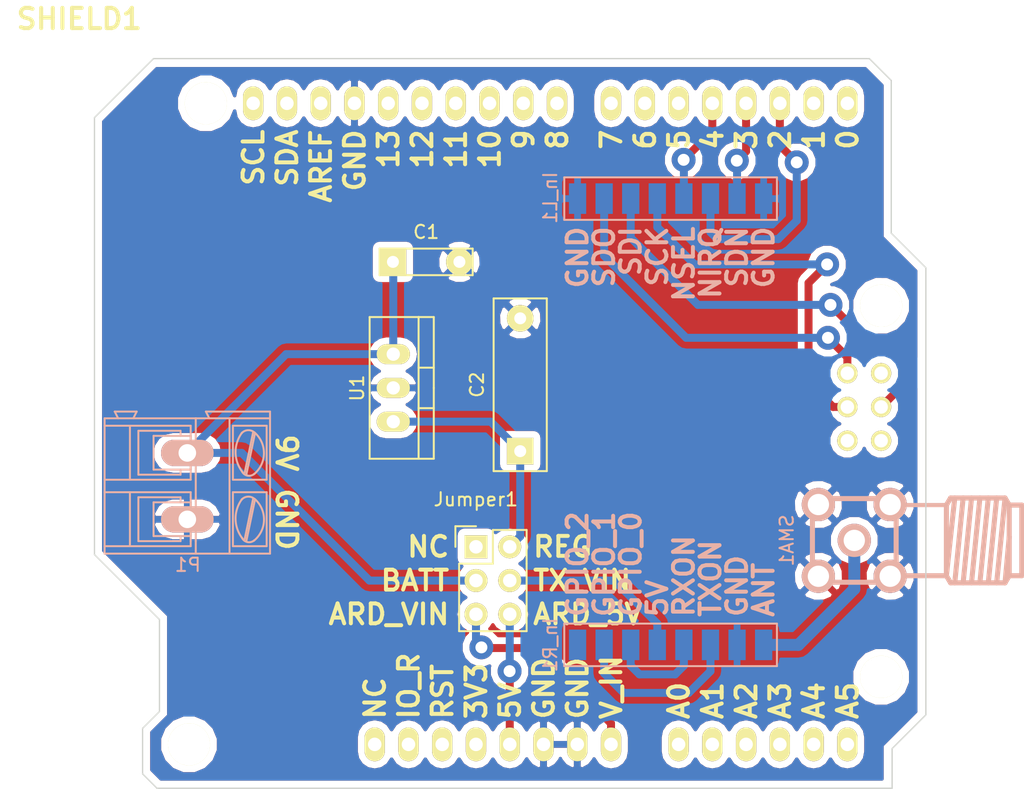
<source format=kicad_pcb>
(kicad_pcb (version 4) (host pcbnew 4.0.1-4.201602120846+6195~38~ubuntu15.10.1-stable)

  (general
    (links 30)
    (no_connects 0)
    (area 175.7466 22.3393 253.316741 82.079301)
    (thickness 1.6)
    (drawings 71)
    (tracks 81)
    (zones 0)
    (modules 9)
    (nets 45)
  )

  (page A3)
  (layers
    (0 F.Cu signal)
    (31 B.Cu signal)
    (32 B.Adhes user)
    (33 F.Adhes user)
    (34 B.Paste user)
    (35 F.Paste user)
    (36 B.SilkS user)
    (37 F.SilkS user)
    (38 B.Mask user)
    (39 F.Mask user)
    (40 Dwgs.User user)
    (41 Cmts.User user)
    (42 Eco1.User user)
    (43 Eco2.User user)
    (44 Edge.Cuts user)
  )

  (setup
    (last_trace_width 0.6)
    (trace_clearance 0.254)
    (zone_clearance 0.508)
    (zone_45_only no)
    (trace_min 0.254)
    (segment_width 0.2)
    (edge_width 0.1)
    (via_size 1.8)
    (via_drill 0.9)
    (via_min_size 0.889)
    (via_min_drill 0.508)
    (uvia_size 0.508)
    (uvia_drill 0.127)
    (uvias_allowed no)
    (uvia_min_size 0.508)
    (uvia_min_drill 0.127)
    (pcb_text_width 0.3)
    (pcb_text_size 1.5 1.5)
    (mod_edge_width 0.15)
    (mod_text_size 1 1)
    (mod_text_width 0.15)
    (pad_size 2.49936 1.50114)
    (pad_drill 1.00076)
    (pad_to_mask_clearance 0)
    (aux_axis_origin 0 0)
    (grid_origin 206.3623 88.7984)
    (visible_elements FFFFFFFF)
    (pcbplotparams
      (layerselection 0x010f0_80000001)
      (usegerberextensions false)
      (excludeedgelayer true)
      (linewidth 0.150000)
      (plotframeref false)
      (viasonmask false)
      (mode 1)
      (useauxorigin false)
      (hpglpennumber 1)
      (hpglpenspeed 20)
      (hpglpendiameter 15)
      (hpglpenoverlay 2)
      (psnegative false)
      (psa4output false)
      (plotreference true)
      (plotvalue true)
      (plotinvisibletext false)
      (padsonsilk false)
      (subtractmaskfromsilk false)
      (outputformat 1)
      (mirror false)
      (drillshape 0)
      (scaleselection 1)
      (outputdirectory Gerber/))
  )

  (net 0 "")
  (net 1 /NIRQ)
  (net 2 /NSEL)
  (net 3 GND)
  (net 4 /SDO)
  (net 5 /SCK)
  (net 6 /SDI)
  (net 7 /GPIO_0)
  (net 8 /GPIO_1)
  (net 9 /ANT)
  (net 10 /SDN)
  (net 11 /REG)
  (net 12 /BATT)
  (net 13 /TX_VIN)
  (net 14 /ARD_VIN)
  (net 15 /ARD_5V)
  (net 16 /GPIO_2)
  (net 17 /NC)
  (net 18 "Net-(SHIELD1-PadAD5)")
  (net 19 "Net-(SHIELD1-PadAD4)")
  (net 20 "Net-(SHIELD1-PadAD3)")
  (net 21 "Net-(SHIELD1-PadAD0)")
  (net 22 "Net-(SHIELD1-PadAD1)")
  (net 23 "Net-(SHIELD1-PadAD2)")
  (net 24 "Net-(SHIELD1-Pad3V3)")
  (net 25 "Net-(SHIELD1-PadRST)")
  (net 26 "Net-(SHIELD1-Pad0)")
  (net 27 "Net-(SHIELD1-Pad1)")
  (net 28 "Net-(SHIELD1-Pad5)")
  (net 29 "Net-(SHIELD1-Pad6)")
  (net 30 "Net-(SHIELD1-Pad7)")
  (net 31 "Net-(SHIELD1-Pad8)")
  (net 32 "Net-(SHIELD1-Pad9)")
  (net 33 "Net-(SHIELD1-Pad10)")
  (net 34 "Net-(SHIELD1-Pad11)")
  (net 35 "Net-(SHIELD1-Pad12)")
  (net 36 "Net-(SHIELD1-Pad13)")
  (net 37 "Net-(SHIELD1-PadAREF)")
  (net 38 "Net-(SHIELD1-PadSDA)")
  (net 39 "Net-(SHIELD1-PadSCL)")
  (net 40 "Net-(SHIELD1-PadIO_R)")
  (net 41 "Net-(SHIELD1-PadNC)")
  (net 42 "Net-(SHIELD1-PadSP2)")
  (net 43 "Net-(SHIELD1-PadSP5)")
  (net 44 "Net-(SHIELD1-PadSP6)")

  (net_class Default "This is the default net class."
    (clearance 0.254)
    (trace_width 0.6)
    (via_dia 1.8)
    (via_drill 0.9)
    (uvia_dia 0.508)
    (uvia_drill 0.127)
    (add_net /ARD_5V)
    (add_net /ARD_VIN)
    (add_net /BATT)
    (add_net /GPIO_0)
    (add_net /GPIO_1)
    (add_net /GPIO_2)
    (add_net /NC)
    (add_net /NIRQ)
    (add_net /NSEL)
    (add_net /REG)
    (add_net /SCK)
    (add_net /SDI)
    (add_net /SDN)
    (add_net /SDO)
    (add_net /TX_VIN)
    (add_net "Net-(SHIELD1-Pad0)")
    (add_net "Net-(SHIELD1-Pad1)")
    (add_net "Net-(SHIELD1-Pad10)")
    (add_net "Net-(SHIELD1-Pad11)")
    (add_net "Net-(SHIELD1-Pad12)")
    (add_net "Net-(SHIELD1-Pad13)")
    (add_net "Net-(SHIELD1-Pad3V3)")
    (add_net "Net-(SHIELD1-Pad5)")
    (add_net "Net-(SHIELD1-Pad6)")
    (add_net "Net-(SHIELD1-Pad7)")
    (add_net "Net-(SHIELD1-Pad8)")
    (add_net "Net-(SHIELD1-Pad9)")
    (add_net "Net-(SHIELD1-PadAD0)")
    (add_net "Net-(SHIELD1-PadAD1)")
    (add_net "Net-(SHIELD1-PadAD2)")
    (add_net "Net-(SHIELD1-PadAD3)")
    (add_net "Net-(SHIELD1-PadAD4)")
    (add_net "Net-(SHIELD1-PadAD5)")
    (add_net "Net-(SHIELD1-PadAREF)")
    (add_net "Net-(SHIELD1-PadIO_R)")
    (add_net "Net-(SHIELD1-PadNC)")
    (add_net "Net-(SHIELD1-PadRST)")
    (add_net "Net-(SHIELD1-PadSCL)")
    (add_net "Net-(SHIELD1-PadSDA)")
    (add_net "Net-(SHIELD1-PadSP2)")
    (add_net "Net-(SHIELD1-PadSP5)")
    (add_net "Net-(SHIELD1-PadSP6)")
  )

  (net_class ANT ""
    (clearance 0.254)
    (trace_width 0.9)
    (via_dia 1.8)
    (via_drill 0.9)
    (uvia_dia 0.508)
    (uvia_drill 0.127)
    (add_net /ANT)
  )

  (net_class POWER ""
    (clearance 0.254)
    (trace_width 0.75)
    (via_dia 1.8)
    (via_drill 0.9)
    (uvia_dia 0.508)
    (uvia_drill 0.127)
    (add_net GND)
  )

  (module FT:ARDUINO_SHIELD (layer F.Cu) (tedit 0) (tstamp 564F6887)
    (at 176.2506 81.2673)
    (descr http://www.thingiverse.com/thing:9630)
    (path /56452B21)
    (fp_text reference SHIELD1 (at 5.715 -57.15) (layer F.SilkS)
      (effects (font (thickness 0.3048)))
    )
    (fp_text value ARDUINO_SHIELD (at 10.16 -54.61) (layer F.SilkS) hide
      (effects (font (thickness 0.3048)))
    )
    (fp_line (start 66.04 -40.64) (end 66.04 -52.07) (layer Cmts.User) (width 0.381))
    (fp_line (start 66.04 -52.07) (end 64.77 -53.34) (layer Cmts.User) (width 0.381))
    (fp_line (start 64.77 -53.34) (end 0 -53.34) (layer Cmts.User) (width 0.381))
    (fp_line (start 66.04 0) (end 0 0) (layer Cmts.User) (width 0.381))
    (fp_line (start 0 0) (end 0 -53.34) (layer Cmts.User) (width 0.381))
    (fp_line (start 66.04 -40.64) (end 68.58 -38.1) (layer Cmts.User) (width 0.381))
    (fp_line (start 68.58 -38.1) (end 68.58 -5.08) (layer Cmts.User) (width 0.381))
    (fp_line (start 68.58 -5.08) (end 66.04 -2.54) (layer Cmts.User) (width 0.381))
    (fp_line (start 66.04 -2.54) (end 66.04 0) (layer Cmts.User) (width 0.381))
    (pad AD5 thru_hole oval (at 63.5 -2.54 90) (size 2.54 1.524) (drill 1.016) (layers *.Cu *.Mask F.SilkS)
      (net 18 "Net-(SHIELD1-PadAD5)"))
    (pad AD4 thru_hole oval (at 60.96 -2.54 90) (size 2.54 1.524) (drill 1.016) (layers *.Cu *.Mask F.SilkS)
      (net 19 "Net-(SHIELD1-PadAD4)"))
    (pad AD3 thru_hole oval (at 58.42 -2.54 90) (size 2.54 1.524) (drill 1.016) (layers *.Cu *.Mask F.SilkS)
      (net 20 "Net-(SHIELD1-PadAD3)"))
    (pad AD0 thru_hole oval (at 50.8 -2.54 90) (size 2.54 1.524) (drill 1.016) (layers *.Cu *.Mask F.SilkS)
      (net 21 "Net-(SHIELD1-PadAD0)"))
    (pad AD1 thru_hole oval (at 53.34 -2.54 90) (size 2.54 1.524) (drill 1.016) (layers *.Cu *.Mask F.SilkS)
      (net 22 "Net-(SHIELD1-PadAD1)"))
    (pad AD2 thru_hole oval (at 55.88 -2.54 90) (size 2.54 1.524) (drill 1.016) (layers *.Cu *.Mask F.SilkS)
      (net 23 "Net-(SHIELD1-PadAD2)"))
    (pad V_IN thru_hole oval (at 45.72 -2.54 90) (size 2.54 1.524) (drill 1.016) (layers *.Cu *.Mask F.SilkS)
      (net 14 /ARD_VIN))
    (pad GND2 thru_hole oval (at 43.18 -2.54 90) (size 2.54 1.524) (drill 1.016) (layers *.Cu *.Mask F.SilkS)
      (net 3 GND))
    (pad GND1 thru_hole oval (at 40.64 -2.54 90) (size 2.54 1.524) (drill 1.016) (layers *.Cu *.Mask F.SilkS)
      (net 3 GND))
    (pad 3V3 thru_hole oval (at 35.56 -2.54 90) (size 2.54 1.524) (drill 1.016) (layers *.Cu *.Mask F.SilkS)
      (net 24 "Net-(SHIELD1-Pad3V3)"))
    (pad RST thru_hole oval (at 33.02 -2.54 90) (size 2.54 1.524) (drill 1.016) (layers *.Cu *.Mask F.SilkS)
      (net 25 "Net-(SHIELD1-PadRST)"))
    (pad 0 thru_hole oval (at 63.5 -50.8 90) (size 2.54 1.524) (drill 1.016) (layers *.Cu *.Mask F.SilkS)
      (net 26 "Net-(SHIELD1-Pad0)"))
    (pad 1 thru_hole oval (at 60.96 -50.8 90) (size 2.54 1.524) (drill 1.016) (layers *.Cu *.Mask F.SilkS)
      (net 27 "Net-(SHIELD1-Pad1)"))
    (pad 2 thru_hole oval (at 58.42 -50.8 90) (size 2.54 1.524) (drill 1.016) (layers *.Cu *.Mask F.SilkS)
      (net 1 /NIRQ))
    (pad 3 thru_hole oval (at 55.88 -50.8 90) (size 2.54 1.524) (drill 1.016) (layers *.Cu *.Mask F.SilkS)
      (net 10 /SDN))
    (pad 4 thru_hole oval (at 53.34 -50.8 90) (size 2.54 1.524) (drill 1.016) (layers *.Cu *.Mask F.SilkS)
      (net 2 /NSEL))
    (pad 5 thru_hole oval (at 50.8 -50.8 90) (size 2.54 1.524) (drill 1.016) (layers *.Cu *.Mask F.SilkS)
      (net 28 "Net-(SHIELD1-Pad5)"))
    (pad 6 thru_hole oval (at 48.26 -50.8 90) (size 2.54 1.524) (drill 1.016) (layers *.Cu *.Mask F.SilkS)
      (net 29 "Net-(SHIELD1-Pad6)"))
    (pad 7 thru_hole oval (at 45.72 -50.8 90) (size 2.54 1.524) (drill 1.016) (layers *.Cu *.Mask F.SilkS)
      (net 30 "Net-(SHIELD1-Pad7)"))
    (pad 8 thru_hole oval (at 41.656 -50.8 90) (size 2.54 1.524) (drill 1.016) (layers *.Cu *.Mask F.SilkS)
      (net 31 "Net-(SHIELD1-Pad8)"))
    (pad 9 thru_hole oval (at 39.116 -50.8 90) (size 2.54 1.524) (drill 1.016) (layers *.Cu *.Mask F.SilkS)
      (net 32 "Net-(SHIELD1-Pad9)"))
    (pad 10 thru_hole oval (at 36.576 -50.8 90) (size 2.54 1.524) (drill 1.016) (layers *.Cu *.Mask F.SilkS)
      (net 33 "Net-(SHIELD1-Pad10)"))
    (pad 11 thru_hole oval (at 34.036 -50.8 90) (size 2.54 1.524) (drill 1.016) (layers *.Cu *.Mask F.SilkS)
      (net 34 "Net-(SHIELD1-Pad11)"))
    (pad 12 thru_hole oval (at 31.496 -50.8 90) (size 2.54 1.524) (drill 1.016) (layers *.Cu *.Mask F.SilkS)
      (net 35 "Net-(SHIELD1-Pad12)"))
    (pad 13 thru_hole oval (at 28.956 -50.8 90) (size 2.54 1.524) (drill 1.016) (layers *.Cu *.Mask F.SilkS)
      (net 36 "Net-(SHIELD1-Pad13)"))
    (pad GND3 thru_hole oval (at 26.416 -50.8 90) (size 2.54 1.524) (drill 1.016) (layers *.Cu *.Mask F.SilkS)
      (net 3 GND))
    (pad AREF thru_hole oval (at 23.876 -50.8 90) (size 2.54 1.524) (drill 1.016) (layers *.Cu *.Mask F.SilkS)
      (net 37 "Net-(SHIELD1-PadAREF)"))
    (pad 5V thru_hole oval (at 38.1 -2.54 90) (size 2.54 1.524) (drill 1.016) (layers *.Cu *.Mask F.SilkS)
      (net 15 /ARD_5V))
    (pad "" np_thru_hole circle (at 66.04 -7.62 90) (size 3.175 3.175) (drill 3.175) (layers *.Cu *.Mask F.SilkS))
    (pad "" np_thru_hole circle (at 66.04 -35.56 90) (size 3.175 3.175) (drill 3.175) (layers *.Cu *.Mask F.SilkS))
    (pad "" np_thru_hole circle (at 15.24 -50.8 90) (size 3.175 3.175) (drill 3.175) (layers *.Cu *.Mask F.SilkS))
    (pad "" np_thru_hole circle (at 13.97 -2.54 90) (size 3.175 3.175) (drill 3.175) (layers *.Cu *.Mask F.SilkS))
    (pad SDA thru_hole oval (at 21.336 -50.8 90) (size 2.54 1.524) (drill 1.016) (layers *.Cu *.Mask F.SilkS)
      (net 38 "Net-(SHIELD1-PadSDA)"))
    (pad SCL thru_hole oval (at 18.796 -50.8 90) (size 2.54 1.524) (drill 1.016) (layers *.Cu *.Mask F.SilkS)
      (net 39 "Net-(SHIELD1-PadSCL)"))
    (pad IO_R thru_hole oval (at 30.48 -2.54 90) (size 2.54 1.524) (drill 1.016) (layers *.Cu *.Mask F.SilkS)
      (net 40 "Net-(SHIELD1-PadIO_R)"))
    (pad NC thru_hole oval (at 27.94 -2.54 90) (size 2.54 1.524) (drill 1.016) (layers *.Cu *.Mask F.SilkS)
      (net 41 "Net-(SHIELD1-PadNC)"))
    (pad SP1 thru_hole circle (at 63.5 -30.48 90) (size 1.524 1.524) (drill 1.016) (layers *.Cu *.Mask F.SilkS)
      (net 4 /SDO))
    (pad SP2 thru_hole circle (at 66.04 -30.48 90) (size 1.524 1.524) (drill 1.016) (layers *.Cu *.Mask F.SilkS)
      (net 42 "Net-(SHIELD1-PadSP2)"))
    (pad SP3 thru_hole circle (at 63.5 -27.94 90) (size 1.524 1.524) (drill 1.016) (layers *.Cu *.Mask F.SilkS)
      (net 5 /SCK))
    (pad SP4 thru_hole circle (at 66.04 -27.94 90) (size 1.524 1.524) (drill 1.016) (layers *.Cu *.Mask F.SilkS)
      (net 6 /SDI))
    (pad SP5 thru_hole circle (at 63.5 -25.4 90) (size 1.524 1.524) (drill 1.016) (layers *.Cu *.Mask F.SilkS)
      (net 43 "Net-(SHIELD1-PadSP5)"))
    (pad SP6 thru_hole circle (at 66.04 -25.4 90) (size 1.524 1.524) (drill 1.016) (layers *.Cu *.Mask F.SilkS)
      (net 44 "Net-(SHIELD1-PadSP6)"))
  )

  (module Connect:AK300-2 (layer B.Cu) (tedit 564E2BD4) (tstamp 56425307)
    (at 190.0936 61.7869 90)
    (descr CONNECTOR)
    (tags CONNECTOR)
    (path /5642590E)
    (attr virtual)
    (fp_text reference P1 (at -3.429 0.0381 360) (layer B.SilkS)
      (effects (font (size 1 1) (thickness 0.15)) (justify mirror))
    )
    (fp_text value CONN_01X02 (at 2.779 -7.747 90) (layer B.Fab)
      (effects (font (size 1 1) (thickness 0.15)) (justify mirror))
    )
    (fp_line (start 8.363 6.473) (end -2.83 6.473) (layer B.CrtYd) (width 0.05))
    (fp_line (start 8.363 -6.473) (end 8.363 6.473) (layer B.CrtYd) (width 0.05))
    (fp_line (start -2.83 -6.473) (end 8.363 -6.473) (layer B.CrtYd) (width 0.05))
    (fp_line (start -2.83 6.473) (end -2.83 -6.473) (layer B.CrtYd) (width 0.05))
    (fp_line (start -1.2596 -2.54) (end 1.2804 -2.54) (layer B.SilkS) (width 0.15))
    (fp_line (start 1.2804 -2.54) (end 1.2804 0.254) (layer B.SilkS) (width 0.15))
    (fp_line (start -1.2596 0.254) (end 1.2804 0.254) (layer B.SilkS) (width 0.15))
    (fp_line (start -1.2596 -2.54) (end -1.2596 0.254) (layer B.SilkS) (width 0.15))
    (fp_line (start 3.7442 -2.54) (end 6.2842 -2.54) (layer B.SilkS) (width 0.15))
    (fp_line (start 6.2842 -2.54) (end 6.2842 0.254) (layer B.SilkS) (width 0.15))
    (fp_line (start 3.7442 0.254) (end 6.2842 0.254) (layer B.SilkS) (width 0.15))
    (fp_line (start 3.7442 -2.54) (end 3.7442 0.254) (layer B.SilkS) (width 0.15))
    (fp_line (start 7.605 6.223) (end 7.605 3.175) (layer B.SilkS) (width 0.15))
    (fp_line (start 7.605 6.223) (end -2.58 6.223) (layer B.SilkS) (width 0.15))
    (fp_line (start 7.605 6.223) (end 8.113 6.223) (layer B.SilkS) (width 0.15))
    (fp_line (start 8.113 6.223) (end 8.113 1.397) (layer B.SilkS) (width 0.15))
    (fp_line (start 8.113 1.397) (end 7.605 1.651) (layer B.SilkS) (width 0.15))
    (fp_line (start 8.113 -5.461) (end 7.605 -5.207) (layer B.SilkS) (width 0.15))
    (fp_line (start 7.605 -5.207) (end 7.605 -6.223) (layer B.SilkS) (width 0.15))
    (fp_line (start 8.113 -3.81) (end 7.605 -4.064) (layer B.SilkS) (width 0.15))
    (fp_line (start 7.605 -4.064) (end 7.605 -5.207) (layer B.SilkS) (width 0.15))
    (fp_line (start 8.113 -3.81) (end 8.113 -5.461) (layer B.SilkS) (width 0.15))
    (fp_line (start 2.9822 -6.223) (end 2.9822 -4.318) (layer B.SilkS) (width 0.15))
    (fp_line (start 7.0462 0.254) (end 7.0462 -4.318) (layer B.SilkS) (width 0.15))
    (fp_line (start 2.9822 -6.223) (end 7.0462 -6.223) (layer B.SilkS) (width 0.15))
    (fp_line (start 7.0462 -6.223) (end 7.605 -6.223) (layer B.SilkS) (width 0.15))
    (fp_line (start 2.0424 -6.223) (end 2.0424 -4.318) (layer B.SilkS) (width 0.15))
    (fp_line (start 2.0424 -6.223) (end 2.9822 -6.223) (layer B.SilkS) (width 0.15))
    (fp_line (start -2.0216 0.254) (end -2.0216 -4.318) (layer B.SilkS) (width 0.15))
    (fp_line (start -2.58 -6.223) (end -2.0216 -6.223) (layer B.SilkS) (width 0.15))
    (fp_line (start -2.0216 -6.223) (end 2.0424 -6.223) (layer B.SilkS) (width 0.15))
    (fp_line (start 2.9822 -4.318) (end 7.0462 -4.318) (layer B.SilkS) (width 0.15))
    (fp_line (start 2.9822 -4.318) (end 2.9822 0.254) (layer B.SilkS) (width 0.15))
    (fp_line (start 7.0462 -4.318) (end 7.0462 -6.223) (layer B.SilkS) (width 0.15))
    (fp_line (start 2.0424 -4.318) (end -2.0216 -4.318) (layer B.SilkS) (width 0.15))
    (fp_line (start 2.0424 -4.318) (end 2.0424 0.254) (layer B.SilkS) (width 0.15))
    (fp_line (start -2.0216 -4.318) (end -2.0216 -6.223) (layer B.SilkS) (width 0.15))
    (fp_line (start 6.6652 -3.683) (end 6.6652 -0.508) (layer B.SilkS) (width 0.15))
    (fp_line (start 6.6652 -3.683) (end 3.3632 -3.683) (layer B.SilkS) (width 0.15))
    (fp_line (start 3.3632 -3.683) (end 3.3632 -0.508) (layer B.SilkS) (width 0.15))
    (fp_line (start 1.6614 -3.683) (end 1.6614 -0.508) (layer B.SilkS) (width 0.15))
    (fp_line (start 1.6614 -3.683) (end -1.6406 -3.683) (layer B.SilkS) (width 0.15))
    (fp_line (start -1.6406 -3.683) (end -1.6406 -0.508) (layer B.SilkS) (width 0.15))
    (fp_line (start -1.6406 -0.508) (end -1.2596 -0.508) (layer B.SilkS) (width 0.15))
    (fp_line (start 1.6614 -0.508) (end 1.2804 -0.508) (layer B.SilkS) (width 0.15))
    (fp_line (start 3.3632 -0.508) (end 3.7442 -0.508) (layer B.SilkS) (width 0.15))
    (fp_line (start 6.6652 -0.508) (end 6.2842 -0.508) (layer B.SilkS) (width 0.15))
    (fp_line (start -2.58 -6.223) (end -2.58 0.635) (layer B.SilkS) (width 0.15))
    (fp_line (start -2.58 0.635) (end -2.58 3.175) (layer B.SilkS) (width 0.15))
    (fp_line (start 7.605 1.651) (end 7.605 0.635) (layer B.SilkS) (width 0.15))
    (fp_line (start 7.605 0.635) (end 7.605 -4.064) (layer B.SilkS) (width 0.15))
    (fp_line (start -2.58 3.175) (end 7.605 3.175) (layer B.SilkS) (width 0.15))
    (fp_line (start -2.58 3.175) (end -2.58 6.223) (layer B.SilkS) (width 0.15))
    (fp_line (start 7.605 3.175) (end 7.605 1.651) (layer B.SilkS) (width 0.15))
    (fp_line (start 2.9822 3.429) (end 2.9822 5.969) (layer B.SilkS) (width 0.15))
    (fp_line (start 2.9822 5.969) (end 7.0462 5.969) (layer B.SilkS) (width 0.15))
    (fp_line (start 7.0462 5.969) (end 7.0462 3.429) (layer B.SilkS) (width 0.15))
    (fp_line (start 7.0462 3.429) (end 2.9822 3.429) (layer B.SilkS) (width 0.15))
    (fp_line (start 2.0424 3.429) (end 2.0424 5.969) (layer B.SilkS) (width 0.15))
    (fp_line (start 2.0424 3.429) (end -2.0216 3.429) (layer B.SilkS) (width 0.15))
    (fp_line (start -2.0216 3.429) (end -2.0216 5.969) (layer B.SilkS) (width 0.15))
    (fp_line (start 2.0424 5.969) (end -2.0216 5.969) (layer B.SilkS) (width 0.15))
    (fp_line (start 3.3886 4.445) (end 6.4366 5.08) (layer B.SilkS) (width 0.15))
    (fp_line (start 3.5156 4.318) (end 6.5636 4.953) (layer B.SilkS) (width 0.15))
    (fp_line (start -1.6152 4.445) (end 1.43534 5.08) (layer B.SilkS) (width 0.15))
    (fp_line (start -1.4882 4.318) (end 1.5598 4.953) (layer B.SilkS) (width 0.15))
    (fp_line (start -2.0216 0.254) (end -1.6406 0.254) (layer B.SilkS) (width 0.15))
    (fp_line (start 2.0424 0.254) (end 1.6614 0.254) (layer B.SilkS) (width 0.15))
    (fp_line (start 1.6614 0.254) (end -1.6406 0.254) (layer B.SilkS) (width 0.15))
    (fp_line (start -2.58 0.635) (end -1.6406 0.635) (layer B.SilkS) (width 0.15))
    (fp_line (start -1.6406 0.635) (end 1.6614 0.635) (layer B.SilkS) (width 0.15))
    (fp_line (start 1.6614 0.635) (end 3.3632 0.635) (layer B.SilkS) (width 0.15))
    (fp_line (start 7.605 0.635) (end 6.6652 0.635) (layer B.SilkS) (width 0.15))
    (fp_line (start 6.6652 0.635) (end 3.3632 0.635) (layer B.SilkS) (width 0.15))
    (fp_line (start 7.0462 0.254) (end 6.6652 0.254) (layer B.SilkS) (width 0.15))
    (fp_line (start 2.9822 0.254) (end 3.3632 0.254) (layer B.SilkS) (width 0.15))
    (fp_line (start 3.3632 0.254) (end 6.6652 0.254) (layer B.SilkS) (width 0.15))
    (fp_arc (start 6.0302 4.59486) (end 6.53566 5.05206) (angle -90.5) (layer B.SilkS) (width 0.15))
    (fp_arc (start 5.065 6.0706) (end 6.52804 4.11734) (angle -75.5) (layer B.SilkS) (width 0.15))
    (fp_arc (start 4.98626 3.7084) (end 3.3886 5.0038) (angle -100) (layer B.SilkS) (width 0.15))
    (fp_arc (start 3.8712 4.64566) (end 3.58164 4.1275) (angle -104.2) (layer B.SilkS) (width 0.15))
    (fp_arc (start 1.0264 4.59486) (end 1.5344 5.05206) (angle -90.5) (layer B.SilkS) (width 0.15))
    (fp_arc (start 0.06374 6.0706) (end 1.52678 4.11734) (angle -75.5) (layer B.SilkS) (width 0.15))
    (fp_arc (start -0.01246 3.7084) (end -1.6152 5.0038) (angle -100) (layer B.SilkS) (width 0.15))
    (fp_arc (start -1.1326 4.64566) (end -1.41962 4.1275) (angle -104.2) (layer B.SilkS) (width 0.15))
    (pad 1 thru_hole oval (at 0 0 90) (size 1.9812 3.9624) (drill 1.3208) (layers *.Cu B.Paste B.SilkS B.Mask)
      (net 3 GND))
    (pad 2 thru_hole oval (at 5 0 90) (size 1.9812 3.9624) (drill 1.3208) (layers *.Cu B.Paste B.SilkS B.Mask)
      (net 12 /BATT))
  )

  (module Comm_lib:SMA (layer B.Cu) (tedit 563295C4) (tstamp 56665441)
    (at 240.2713 63.373 90)
    (path /56561FDD)
    (fp_text reference SMA1 (at 0 -5.08 90) (layer B.SilkS)
      (effects (font (size 1 1) (thickness 0.15)) (justify mirror))
    )
    (fp_text value CONN_01X05 (at 0 5.08 90) (layer B.Fab)
      (effects (font (size 1 1) (thickness 0.15)) (justify mirror))
    )
    (fp_line (start -3.19278 11.3411) (end 0.2667 11.65606) (layer B.SilkS) (width 0.381))
    (fp_line (start -3.19278 10.71118) (end 3.19278 11.3411) (layer B.SilkS) (width 0.381))
    (fp_line (start -3.19278 10.08126) (end 3.19278 10.71118) (layer B.SilkS) (width 0.381))
    (fp_line (start -3.19278 9.4488) (end 3.19278 10.08126) (layer B.SilkS) (width 0.381))
    (fp_line (start -3.19278 8.81888) (end 3.19278 9.4488) (layer B.SilkS) (width 0.381))
    (fp_line (start -3.19278 8.18896) (end 3.19278 8.81888) (layer B.SilkS) (width 0.381))
    (fp_line (start -3.19278 7.55904) (end 3.19278 8.18896) (layer B.SilkS) (width 0.381))
    (fp_line (start 3.19278 7.55904) (end -2.65938 6.92912) (layer B.SilkS) (width 0.381))
    (fp_line (start -2.65938 11.65606) (end -2.65938 12.60094) (layer B.SilkS) (width 0.381))
    (fp_line (start 2.65938 12.60094) (end -2.65938 12.60094) (layer B.SilkS) (width 0.381))
    (fp_line (start 2.65938 11.65606) (end 2.65938 12.60094) (layer B.SilkS) (width 0.381))
    (fp_line (start 2.65938 11.65606) (end 3.19278 11.3411) (layer B.SilkS) (width 0.381))
    (fp_line (start -3.19278 11.3411) (end -2.65938 11.65606) (layer B.SilkS) (width 0.381))
    (fp_line (start -2.65938 11.65606) (end 2.65938 11.65606) (layer B.SilkS) (width 0.381))
    (fp_line (start -3.19278 7.24408) (end -3.19278 11.3411) (layer B.SilkS) (width 0.381))
    (fp_line (start -2.65938 6.92912) (end -3.19278 7.24408) (layer B.SilkS) (width 0.381))
    (fp_line (start 3.19278 11.3411) (end 3.19278 7.24408) (layer B.SilkS) (width 0.381))
    (fp_line (start 3.19278 7.24408) (end 2.65938 6.92912) (layer B.SilkS) (width 0.381))
    (fp_line (start 2.65938 6.92912) (end -2.65938 6.92912) (layer B.SilkS) (width 0.381))
    (fp_line (start 2.65938 3.1496) (end 2.65938 6.92912) (layer B.SilkS) (width 0.318))
    (fp_line (start -2.65938 3.1496) (end -2.65938 6.92912) (layer B.SilkS) (width 0.381))
    (fp_line (start -3.1496 -3.1496) (end 3.1496 -3.1496) (layer B.SilkS) (width 0.381))
    (fp_line (start -3.1496 3.1496) (end 3.1496 3.1496) (layer B.SilkS) (width 0.381))
    (fp_line (start 3.1496 3.1496) (end 3.1496 -3.1496) (layer B.SilkS) (width 0.381))
    (fp_line (start -3.1496 -3.1496) (end -3.1496 3.1496) (layer B.SilkS) (width 0.381))
    (pad 2 thru_hole circle (at -2.7 2.7 90) (size 2.5 2.5) (drill 1.6) (layers *.Cu *.Mask B.SilkS)
      (net 3 GND))
    (pad 3 thru_hole circle (at 2.7 2.7 90) (size 2.5 2.5) (drill 1.6) (layers *.Cu *.Mask B.SilkS)
      (net 3 GND))
    (pad 5 thru_hole circle (at -2.7 -2.7 90) (size 2.5 2.5) (drill 1.6) (layers *.Cu *.Mask B.SilkS)
      (net 3 GND))
    (pad 4 thru_hole circle (at 2.7 -2.7 90) (size 2.5 2.5) (drill 1.6) (layers *.Cu *.Mask B.SilkS)
      (net 3 GND))
    (pad 1 thru_hole circle (at 0 0 90) (size 2.5 2.5) (drill 1.6) (layers *.Cu *.Mask B.SilkS)
      (net 9 /ANT))
  )

  (module Capacitors_ThroughHole:C_Rect_L13_W4_P10 (layer F.Cu) (tedit 566F283F) (tstamp 566F1C3B)
    (at 215.138 56.6547 90)
    (descr "Film Capacitor Length 13 x Width 4mm, Pitch 10mm")
    (tags Capacitor)
    (path /5642534C)
    (fp_text reference C2 (at 5 -3.25 90) (layer F.SilkS)
      (effects (font (size 1 1) (thickness 0.15)))
    )
    (fp_text value C (at 5 3.25 90) (layer F.Fab)
      (effects (font (size 1 1) (thickness 0.15)))
    )
    (fp_line (start -1.75 -2.25) (end 11.75 -2.25) (layer F.CrtYd) (width 0.05))
    (fp_line (start 11.75 -2.25) (end 11.75 2.25) (layer F.CrtYd) (width 0.05))
    (fp_line (start 11.75 2.25) (end -1.75 2.25) (layer F.CrtYd) (width 0.05))
    (fp_line (start -1.75 2.25) (end -1.75 -2.25) (layer F.CrtYd) (width 0.05))
    (fp_line (start -1.5 -2) (end 11.5 -2) (layer F.SilkS) (width 0.15))
    (fp_line (start 11.5 -2) (end 11.5 2) (layer F.SilkS) (width 0.15))
    (fp_line (start 11.5 2) (end -1.5 2) (layer F.SilkS) (width 0.15))
    (fp_line (start -1.5 2) (end -1.5 -2) (layer F.SilkS) (width 0.15))
    (pad 1 thru_hole rect (at 0 0 90) (size 2 2) (drill 0.9) (layers *.Cu *.Mask F.SilkS)
      (net 11 /REG))
    (pad 2 thru_hole circle (at 10 0 90) (size 2 2) (drill 0.9) (layers *.Cu *.Mask F.SilkS)
      (net 3 GND))
    (model Capacitors_ThroughHole.3dshapes/C_Rect_L13_W4_P10.wrl
      (at (xyz 0 0 0))
      (scale (xyz 1 1 1))
      (rotate (xyz 0 0 0))
    )
  )

  (module TO_SOT_Packages_THT:TO-220_Neutral123_Vertical (layer F.Cu) (tedit 56BE00D7) (tstamp 566F26CF)
    (at 205.5876 51.8922 270)
    (descr "TO-220, Neutral, Vertical,")
    (tags "TO-220, Neutral, Vertical,")
    (path /56561756)
    (fp_text reference U1 (at 0.0127 2.7178 270) (layer F.SilkS)
      (effects (font (size 1 1) (thickness 0.15)))
    )
    (fp_text value 7805 (at 0.0127 -4.1402 270) (layer F.Fab)
      (effects (font (size 1 1) (thickness 0.15)))
    )
    (fp_line (start -1.524 -3.048) (end -1.524 -1.905) (layer F.SilkS) (width 0.15))
    (fp_line (start 1.524 -3.048) (end 1.524 -1.905) (layer F.SilkS) (width 0.15))
    (fp_line (start 5.334 -1.905) (end 5.334 1.778) (layer F.SilkS) (width 0.15))
    (fp_line (start 5.334 1.778) (end -5.334 1.778) (layer F.SilkS) (width 0.15))
    (fp_line (start -5.334 1.778) (end -5.334 -1.905) (layer F.SilkS) (width 0.15))
    (fp_line (start 5.334 -3.048) (end 5.334 -1.905) (layer F.SilkS) (width 0.15))
    (fp_line (start 5.334 -1.905) (end -5.334 -1.905) (layer F.SilkS) (width 0.15))
    (fp_line (start -5.334 -1.905) (end -5.334 -3.048) (layer F.SilkS) (width 0.15))
    (fp_line (start 0 -3.048) (end -5.334 -3.048) (layer F.SilkS) (width 0.15))
    (fp_line (start 0 -3.048) (end 5.334 -3.048) (layer F.SilkS) (width 0.15))
    (pad 2 thru_hole oval (at 0 0) (size 2.49936 1.50114) (drill 1.00076) (layers *.Cu *.Mask F.SilkS)
      (net 3 GND))
    (pad 1 thru_hole oval (at -2.54 0) (size 2.49936 1.50114) (drill 1.00076) (layers *.Cu *.Mask F.SilkS)
      (net 12 /BATT))
    (pad 3 thru_hole oval (at 2.54 0) (size 2.49936 1.50114) (drill 1.00076) (layers *.Cu *.Mask F.SilkS)
      (net 11 /REG))
    (model TO_SOT_Packages_THT.3dshapes/TO-220_Neutral123_Vertical.wrl
      (at (xyz 0 0 0))
      (scale (xyz 0.3937 0.3937 0.3937))
      (rotate (xyz 0 0 0))
    )
  )

  (module Pin_Headers:Pin_Header_Straight_2x03 (layer F.Cu) (tedit 56AFAB0C) (tstamp 566F58A1)
    (at 211.8106 63.8556)
    (descr "Through hole pin header")
    (tags "pin header")
    (path /566F51FF)
    (fp_text reference Jumper1 (at -0.0127 -3.5687) (layer F.SilkS)
      (effects (font (size 1 1) (thickness 0.15)))
    )
    (fp_text value CONN_01X06 (at 0 -3.1) (layer F.Fab)
      (effects (font (size 1 1) (thickness 0.15)))
    )
    (fp_line (start -1.27 1.27) (end -1.27 6.35) (layer F.SilkS) (width 0.15))
    (fp_line (start -1.55 -1.55) (end 0 -1.55) (layer F.SilkS) (width 0.15))
    (fp_line (start -1.75 -1.75) (end -1.75 6.85) (layer F.CrtYd) (width 0.05))
    (fp_line (start 4.3 -1.75) (end 4.3 6.85) (layer F.CrtYd) (width 0.05))
    (fp_line (start -1.75 -1.75) (end 4.3 -1.75) (layer F.CrtYd) (width 0.05))
    (fp_line (start -1.75 6.85) (end 4.3 6.85) (layer F.CrtYd) (width 0.05))
    (fp_line (start 1.27 -1.27) (end 1.27 1.27) (layer F.SilkS) (width 0.15))
    (fp_line (start 1.27 1.27) (end -1.27 1.27) (layer F.SilkS) (width 0.15))
    (fp_line (start -1.27 6.35) (end 3.81 6.35) (layer F.SilkS) (width 0.15))
    (fp_line (start 3.81 6.35) (end 3.81 1.27) (layer F.SilkS) (width 0.15))
    (fp_line (start -1.55 -1.55) (end -1.55 0) (layer F.SilkS) (width 0.15))
    (fp_line (start 3.81 -1.27) (end 1.27 -1.27) (layer F.SilkS) (width 0.15))
    (fp_line (start 3.81 1.27) (end 3.81 -1.27) (layer F.SilkS) (width 0.15))
    (pad 1 thru_hole rect (at 0 0) (size 1.7272 1.7272) (drill 1.016) (layers *.Cu *.Mask F.SilkS)
      (net 17 /NC))
    (pad 2 thru_hole oval (at 2.54 0) (size 1.7272 1.7272) (drill 1.016) (layers *.Cu *.Mask F.SilkS)
      (net 11 /REG))
    (pad 3 thru_hole oval (at 0 2.54) (size 1.7272 1.7272) (drill 1.016) (layers *.Cu *.Mask F.SilkS)
      (net 12 /BATT))
    (pad 4 thru_hole oval (at 2.54 2.54) (size 1.7272 1.7272) (drill 1.016) (layers *.Cu *.Mask F.SilkS)
      (net 13 /TX_VIN))
    (pad 5 thru_hole oval (at 0 5.08) (size 1.7272 1.7272) (drill 1.016) (layers *.Cu *.Mask F.SilkS)
      (net 14 /ARD_VIN))
    (pad 6 thru_hole oval (at 2.54 5.08) (size 1.7272 1.7272) (drill 1.016) (layers *.Cu *.Mask F.SilkS)
      (net 15 /ARD_5V))
    (model Pin_Headers.3dshapes/Pin_Header_Straight_2x03.wrl
      (at (xyz 0.05 -0.1 0))
      (scale (xyz 1 1 1))
      (rotate (xyz 0 0 90))
    )
  )

  (module Comm_lib:Pin_Header_1x08 (layer B.Cu) (tedit 56AA4C80) (tstamp 569D5DB8)
    (at 226.4513 37.6428)
    (path /56561BA3)
    (fp_text reference In_L1 (at -9.0527 -0.0635 90) (layer B.SilkS)
      (effects (font (size 1 1) (thickness 0.15)) (justify mirror))
    )
    (fp_text value CONN_01X08 (at 0 2.54) (layer B.Fab)
      (effects (font (size 1 1) (thickness 0.15)) (justify mirror))
    )
    (fp_line (start 8 1.6) (end 8 -1.6) (layer B.SilkS) (width 0.15))
    (fp_line (start -8 1.6) (end -8 -1.6) (layer B.SilkS) (width 0.15))
    (fp_line (start -8 1.6) (end 8 1.6) (layer B.SilkS) (width 0.15))
    (fp_line (start -8 -1.6) (end 8 -1.6) (layer B.SilkS) (width 0.15))
    (pad 8 smd rect (at 7 0) (size 1.3 2.3) (layers B.Cu B.Paste B.Mask)
      (net 3 GND))
    (pad 7 smd rect (at 5 0) (size 1.3 2.3) (layers B.Cu B.Paste B.Mask)
      (net 10 /SDN))
    (pad 6 smd rect (at 3 0) (size 1.3 2.3) (layers B.Cu B.Paste B.Mask)
      (net 1 /NIRQ))
    (pad 5 smd rect (at 1 0) (size 1.3 2.3) (layers B.Cu B.Paste B.Mask)
      (net 2 /NSEL))
    (pad 4 smd rect (at -1 0) (size 1.3 2.3) (layers B.Cu B.Paste B.Mask)
      (net 5 /SCK))
    (pad 3 smd rect (at -3 0) (size 1.3 2.3) (layers B.Cu B.Paste B.Mask)
      (net 6 /SDI))
    (pad 2 smd rect (at -5 0) (size 1.3 2.3) (layers B.Cu B.Paste B.Mask)
      (net 4 /SDO))
    (pad 1 smd rect (at -7 0) (size 1.3 2.3) (layers B.Cu B.Paste B.Mask)
      (net 3 GND))
  )

  (module Comm_lib:Pin_Header_1x08 (layer B.Cu) (tedit 56AA4C5F) (tstamp 569D5E92)
    (at 226.4513 71.2369)
    (path /56561C5C)
    (fp_text reference In_R1 (at -9.0527 0.0101 90) (layer B.SilkS)
      (effects (font (size 1 1) (thickness 0.15)) (justify mirror))
    )
    (fp_text value CONN_01X08 (at 0 2.54) (layer B.Fab)
      (effects (font (size 1 1) (thickness 0.15)) (justify mirror))
    )
    (fp_line (start 8 1.6) (end 8 -1.6) (layer B.SilkS) (width 0.15))
    (fp_line (start -8 1.6) (end -8 -1.6) (layer B.SilkS) (width 0.15))
    (fp_line (start -8 1.6) (end 8 1.6) (layer B.SilkS) (width 0.15))
    (fp_line (start -8 -1.6) (end 8 -1.6) (layer B.SilkS) (width 0.15))
    (pad 8 smd rect (at 7 0) (size 1.3 2.3) (layers B.Cu B.Paste B.Mask)
      (net 9 /ANT))
    (pad 7 smd rect (at 5 0) (size 1.3 2.3) (layers B.Cu B.Paste B.Mask)
      (net 3 GND))
    (pad 6 smd rect (at 3 0) (size 1.3 2.3) (layers B.Cu B.Paste B.Mask)
      (net 8 /GPIO_1))
    (pad 5 smd rect (at 1 0) (size 1.3 2.3) (layers B.Cu B.Paste B.Mask)
      (net 7 /GPIO_0))
    (pad 4 smd rect (at -1 0) (size 1.3 2.3) (layers B.Cu B.Paste B.Mask)
      (net 13 /TX_VIN))
    (pad 3 smd rect (at -3 0) (size 1.3 2.3) (layers B.Cu B.Paste B.Mask)
      (net 7 /GPIO_0))
    (pad 2 smd rect (at -5 0) (size 1.3 2.3) (layers B.Cu B.Paste B.Mask)
      (net 8 /GPIO_1))
    (pad 1 smd rect (at -7 0) (size 1.3 2.3) (layers B.Cu B.Paste B.Mask)
      (net 16 /GPIO_2))
  )

  (module Capacitors_ThroughHole:C_Rect_L7_W2_P5 (layer F.Cu) (tedit 56BBA5BC) (tstamp 56BBA534)
    (at 205.5622 42.4053)
    (descr "Film Capacitor Length 7 x Width 2mm, Pitch 5mm")
    (tags Capacitor)
    (path /564252EA)
    (fp_text reference C1 (at 2.5 -2.25) (layer F.SilkS)
      (effects (font (size 1 1) (thickness 0.15)))
    )
    (fp_text value C (at 2.5 2.5) (layer F.Fab)
      (effects (font (size 1 1) (thickness 0.15)))
    )
    (fp_line (start -1.25 -1.25) (end 6.25 -1.25) (layer F.CrtYd) (width 0.05))
    (fp_line (start 6.25 -1.25) (end 6.25 1.25) (layer F.CrtYd) (width 0.05))
    (fp_line (start 6.25 1.25) (end -1.25 1.25) (layer F.CrtYd) (width 0.05))
    (fp_line (start -1.25 1.25) (end -1.25 -1.25) (layer F.CrtYd) (width 0.05))
    (fp_line (start -1 -1) (end 6 -1) (layer F.SilkS) (width 0.15))
    (fp_line (start 6 -1) (end 6 1) (layer F.SilkS) (width 0.15))
    (fp_line (start 6 1) (end -1 1) (layer F.SilkS) (width 0.15))
    (fp_line (start -1 1) (end -1 -1) (layer F.SilkS) (width 0.15))
    (pad 1 thru_hole rect (at 0 0) (size 2 2) (drill 0.9) (layers *.Cu *.Mask F.SilkS)
      (net 12 /BATT))
    (pad 2 thru_hole circle (at 5 0) (size 2 2) (drill 0.9) (layers *.Cu *.Mask F.SilkS)
      (net 3 GND))
    (model Capacitors_ThroughHole.3dshapes/C_Rect_L7_W2_P5.wrl
      (at (xyz 0.098425 0 0))
      (scale (xyz 1 1 1))
      (rotate (xyz 0 0 0))
    )
  )

  (gr_text ARD_VIN (at 209.9513 68.9356) (layer F.SilkS)
    (effects (font (size 1.5 1.5) (thickness 0.3)) (justify right))
  )
  (gr_text BATT (at 209.9513 66.3956) (layer F.SilkS)
    (effects (font (size 1.5 1.5) (thickness 0.3)) (justify right))
  )
  (gr_text NC (at 209.9513 63.8556) (layer F.SilkS)
    (effects (font (size 1.5 1.5) (thickness 0.3)) (justify right))
  )
  (gr_text ARD_5V (at 215.9513 68.9356) (layer F.SilkS)
    (effects (font (size 1.5 1.5) (thickness 0.3)) (justify left))
  )
  (gr_text TX_VIN (at 215.9513 66.3956) (layer F.SilkS)
    (effects (font (size 1.5 1.5) (thickness 0.3)) (justify left))
  )
  (gr_text REG (at 215.9513 63.8556) (layer F.SilkS)
    (effects (font (size 1.5 1.5) (thickness 0.3)) (justify left))
  )
  (gr_text ANT (at 233.4513 69.2869 90) (layer B.SilkS)
    (effects (font (size 1.5 1.5) (thickness 0.3)) (justify left))
  )
  (gr_text GND (at 219.4513 39.5869 90) (layer B.SilkS)
    (effects (font (size 1.5 1.5) (thickness 0.3)) (justify right))
  )
  (gr_line (start 186.7281 77.5208) (end 187.9981 76.2508) (angle 90) (layer Edge.Cuts) (width 0.1))
  (gr_line (start 187.8076 82.0293) (end 186.7281 80.9498) (angle 90) (layer Edge.Cuts) (width 0.1))
  (gr_line (start 187.9981 69.3293) (end 187.9981 76.2508) (angle 90) (layer Edge.Cuts) (width 0.1))
  (gr_line (start 183.1086 64.4398) (end 183.1086 31.5468) (angle 90) (layer Edge.Cuts) (width 0.1))
  (gr_line (start 186.7281 77.5208) (end 186.7281 80.9498) (angle 90) (layer Edge.Cuts) (width 0.1))
  (gr_line (start 183.1086 64.4398) (end 187.9981 69.3293) (angle 90) (layer Edge.Cuts) (width 0.1))
  (gr_text GND (at 233.4513 39.5869 90) (layer B.SilkS)
    (effects (font (size 1.5 1.5) (thickness 0.3)) (justify right))
  )
  (gr_text SDO (at 221.4513 39.5869 90) (layer B.SilkS)
    (effects (font (size 1.5 1.5) (thickness 0.3)) (justify right))
  )
  (gr_text SDI (at 223.4513 39.5869 90) (layer B.SilkS)
    (effects (font (size 1.5 1.5) (thickness 0.3)) (justify right))
  )
  (gr_text SCK (at 225.4513 39.5869 90) (layer B.SilkS)
    (effects (font (size 1.5 1.5) (thickness 0.3)) (justify right))
  )
  (gr_text NSEL (at 227.4513 39.5869 90) (layer B.SilkS)
    (effects (font (size 1.5 1.5) (thickness 0.3)) (justify right))
  )
  (gr_text NIRQ (at 229.4513 39.5869 90) (layer B.SilkS)
    (effects (font (size 1.5 1.5) (thickness 0.3)) (justify right))
  )
  (gr_text SDN (at 231.4513 39.5869 90) (layer B.SilkS)
    (effects (font (size 1.5 1.5) (thickness 0.3)) (justify right))
  )
  (gr_text GPIO_2 (at 219.4513 69.2869 90) (layer B.SilkS)
    (effects (font (size 1.5 1.5) (thickness 0.3)) (justify left))
  )
  (gr_text GPIO_1 (at 221.4513 69.2869 90) (layer B.SilkS)
    (effects (font (size 1.5 1.5) (thickness 0.3)) (justify left))
  )
  (gr_text GPIO_0 (at 223.4513 69.2869 90) (layer B.SilkS)
    (effects (font (size 1.5 1.5) (thickness 0.3)) (justify left))
  )
  (gr_text TXON (at 229.4513 69.2869 90) (layer B.SilkS)
    (effects (font (size 1.5 1.5) (thickness 0.3)) (justify left))
  )
  (gr_text RXON (at 227.4513 69.2869 90) (layer B.SilkS)
    (effects (font (size 1.5 1.5) (thickness 0.3)) (justify left))
  )
  (gr_text 5V (at 225.4513 69.2869 90) (layer B.SilkS)
    (effects (font (size 1.5 1.5) (thickness 0.3)) (justify left))
  )
  (gr_text GND (at 231.4513 69.2869 90) (layer B.SilkS)
    (effects (font (size 1.5 1.5) (thickness 0.3)) (justify left))
  )
  (gr_line (start 243.1161 79.0448) (end 243.1161 82.0293) (angle 90) (layer Edge.Cuts) (width 0.1))
  (gr_line (start 245.6561 76.5048) (end 243.1161 79.0448) (angle 90) (layer Edge.Cuts) (width 0.1))
  (gr_line (start 245.6561 42.8498) (end 245.6561 76.5048) (angle 90) (layer Edge.Cuts) (width 0.1))
  (gr_line (start 243.0526 40.2463) (end 245.6561 42.8498) (angle 90) (layer Edge.Cuts) (width 0.1))
  (gr_line (start 243.0526 28.7528) (end 243.0526 40.2463) (angle 90) (layer Edge.Cuts) (width 0.1))
  (gr_line (start 241.4016 27.1018) (end 243.0526 28.7528) (angle 90) (layer Edge.Cuts) (width 0.1))
  (gr_line (start 187.5536 27.1018) (end 241.4016 27.1018) (angle 90) (layer Edge.Cuts) (width 0.1))
  (gr_line (start 183.1086 31.5468) (end 187.5536 27.1018) (angle 90) (layer Edge.Cuts) (width 0.1))
  (gr_line (start 187.8076 82.0293) (end 243.1161 82.0293) (angle 90) (layer Edge.Cuts) (width 0.1))
  (gr_text 0 (at 239.776 32.2869 90) (layer F.SilkS)
    (effects (font (size 1.5 1.5) (thickness 0.3)) (justify right))
  )
  (gr_text 1 (at 237.236 32.2869 90) (layer F.SilkS)
    (effects (font (size 1.5 1.5) (thickness 0.3)) (justify right))
  )
  (gr_text 2 (at 234.696 32.2869 90) (layer F.SilkS)
    (effects (font (size 1.5 1.5) (thickness 0.3)) (justify right))
  )
  (gr_text 3 (at 232.156 32.2869 90) (layer F.SilkS)
    (effects (font (size 1.5 1.5) (thickness 0.3)) (justify right))
  )
  (gr_text 4 (at 229.616 32.2869 90) (layer F.SilkS)
    (effects (font (size 1.5 1.5) (thickness 0.3)) (justify right))
  )
  (gr_text 5 (at 227.076 32.2869 90) (layer F.SilkS)
    (effects (font (size 1.5 1.5) (thickness 0.3)) (justify right))
  )
  (gr_text 6 (at 224.536 32.2869 90) (layer F.SilkS)
    (effects (font (size 1.5 1.5) (thickness 0.3)) (justify right))
  )
  (gr_text 7 (at 221.996 32.2869 90) (layer F.SilkS)
    (effects (font (size 1.5 1.5) (thickness 0.3)) (justify right))
  )
  (gr_text 8 (at 217.932 32.2869 90) (layer F.SilkS)
    (effects (font (size 1.5 1.5) (thickness 0.3)) (justify right))
  )
  (gr_text 9 (at 215.392 32.2869 90) (layer F.SilkS)
    (effects (font (size 1.5 1.5) (thickness 0.3)) (justify right))
  )
  (gr_text 10 (at 212.852 32.2869 90) (layer F.SilkS)
    (effects (font (size 1.5 1.5) (thickness 0.3)) (justify right))
  )
  (gr_text 11 (at 210.312 32.2869 90) (layer F.SilkS)
    (effects (font (size 1.5 1.5) (thickness 0.3)) (justify right))
  )
  (gr_text 12 (at 207.772 32.2869 90) (layer F.SilkS)
    (effects (font (size 1.5 1.5) (thickness 0.3)) (justify right))
  )
  (gr_text 13 (at 205.232 32.2869 90) (layer F.SilkS)
    (effects (font (size 1.5 1.5) (thickness 0.3)) (justify right))
  )
  (gr_text GND (at 202.692 32.2869 90) (layer F.SilkS)
    (effects (font (size 1.5 1.5) (thickness 0.3)) (justify right))
  )
  (gr_text AREF (at 200.152 32.2869 90) (layer F.SilkS)
    (effects (font (size 1.5 1.5) (thickness 0.3)) (justify right))
  )
  (gr_text SDA (at 197.612 32.2869 90) (layer F.SilkS)
    (effects (font (size 1.5 1.5) (thickness 0.3)) (justify right))
  )
  (gr_text SCL (at 195.072 32.2869 90) (layer F.SilkS)
    (effects (font (size 1.5 1.5) (thickness 0.3)) (justify right))
  )
  (gr_text A5 (at 239.776 76.9869 90) (layer F.SilkS)
    (effects (font (size 1.5 1.5) (thickness 0.3)) (justify left))
  )
  (gr_text A4 (at 237.236 76.9869 90) (layer F.SilkS)
    (effects (font (size 1.5 1.5) (thickness 0.3)) (justify left))
  )
  (gr_text A3 (at 234.696 76.9869 90) (layer F.SilkS)
    (effects (font (size 1.5 1.5) (thickness 0.3)) (justify left))
  )
  (gr_text A2 (at 232.156 76.9869 90) (layer F.SilkS)
    (effects (font (size 1.5 1.5) (thickness 0.3)) (justify left))
  )
  (gr_text A1 (at 229.616 76.9869 90) (layer F.SilkS)
    (effects (font (size 1.5 1.5) (thickness 0.3)) (justify left))
  )
  (gr_text A0 (at 227.076 76.9869 90) (layer F.SilkS)
    (effects (font (size 1.5 1.5) (thickness 0.3)) (justify left))
  )
  (gr_text V_IN (at 221.996 76.9869 90) (layer F.SilkS)
    (effects (font (size 1.5 1.5) (thickness 0.3)) (justify left))
  )
  (gr_text GND (at 219.456 76.9869 90) (layer F.SilkS)
    (effects (font (size 1.5 1.5) (thickness 0.3)) (justify left))
  )
  (gr_text GND (at 216.916 76.9869 90) (layer F.SilkS)
    (effects (font (size 1.5 1.5) (thickness 0.3)) (justify left))
  )
  (gr_text 5V (at 214.376 76.9869 90) (layer F.SilkS)
    (effects (font (size 1.5 1.5) (thickness 0.3)) (justify left))
  )
  (gr_text 3V3 (at 211.836 76.9869 90) (layer F.SilkS)
    (effects (font (size 1.5 1.5) (thickness 0.3)) (justify left))
  )
  (gr_text RST (at 209.296 76.9869 90) (layer F.SilkS)
    (effects (font (size 1.5 1.5) (thickness 0.3)) (justify left))
  )
  (gr_text IO_R (at 206.756 76.9869 90) (layer F.SilkS)
    (effects (font (size 1.5 1.5) (thickness 0.3)) (justify left))
  )
  (gr_text NC (at 204.216 76.9869 90) (layer F.SilkS)
    (effects (font (size 1.5 1.5) (thickness 0.3)) (justify left))
  )
  (gr_text GND (at 197.5513 61.7869 270) (layer F.SilkS)
    (effects (font (size 1.5 1.5) (thickness 0.3)))
  )
  (gr_text 9V (at 197.5513 56.7869 270) (layer F.SilkS)
    (effects (font (size 1.5 1.5) (thickness 0.3)))
  )

  (segment (start 229.4513 37.6428) (end 229.4513 40.1705) (width 0.6) (layer B.Cu) (net 1))
  (segment (start 234.6706 33.6423) (end 234.6706 30.4673) (width 0.6) (layer F.Cu) (net 1) (tstamp 569D5E37))
  (segment (start 235.9406 34.9123) (end 234.6706 33.6423) (width 0.6) (layer F.Cu) (net 1) (tstamp 569D5E36))
  (via (at 235.9406 34.9123) (size 1.8) (drill 0.9) (layers F.Cu B.Cu) (net 1))
  (segment (start 235.9406 39.2938) (end 235.9406 34.9123) (width 0.6) (layer B.Cu) (net 1) (tstamp 569D5E34))
  (segment (start 234.5436 40.6908) (end 235.9406 39.2938) (width 0.6) (layer B.Cu) (net 1) (tstamp 569D5E33))
  (segment (start 229.9716 40.6908) (end 234.5436 40.6908) (width 0.6) (layer B.Cu) (net 1) (tstamp 569D5E32))
  (segment (start 229.4513 40.1705) (end 229.9716 40.6908) (width 0.6) (layer B.Cu) (net 1) (tstamp 569D5E31))
  (segment (start 227.4513 37.6428) (end 227.4513 34.7415) (width 0.6) (layer B.Cu) (net 2))
  (segment (start 229.5906 32.5628) (end 229.5906 30.4673) (width 0.6) (layer F.Cu) (net 2) (tstamp 569D5E28))
  (segment (start 227.4316 34.7218) (end 229.5906 32.5628) (width 0.6) (layer F.Cu) (net 2) (tstamp 569D5E27))
  (via (at 227.4316 34.7218) (size 1.8) (drill 0.9) (layers F.Cu B.Cu) (net 2))
  (segment (start 227.4513 34.7415) (end 227.4316 34.7218) (width 0.6) (layer B.Cu) (net 2) (tstamp 569D5E21))
  (segment (start 221.4513 37.6428) (end 221.4513 41.9495) (width 0.6) (layer B.Cu) (net 4))
  (segment (start 239.7506 49.5808) (end 239.7506 50.7873) (width 0.6) (layer F.Cu) (net 4) (tstamp 569E970A))
  (segment (start 238.2901 48.1203) (end 239.7506 49.5808) (width 0.6) (layer F.Cu) (net 4) (tstamp 569E9709))
  (via (at 238.2901 48.1203) (size 1.8) (drill 0.9) (layers F.Cu B.Cu) (net 4))
  (segment (start 227.6221 48.1203) (end 238.2901 48.1203) (width 0.6) (layer B.Cu) (net 4) (tstamp 569E9705))
  (segment (start 221.4513 41.9495) (end 227.6221 48.1203) (width 0.6) (layer B.Cu) (net 4) (tstamp 569E9702))
  (segment (start 225.4513 37.6428) (end 225.4513 39.79) (width 0.6) (layer B.Cu) (net 5))
  (segment (start 238.6711 53.3273) (end 239.7506 53.3273) (width 0.6) (layer F.Cu) (net 5) (tstamp 569E96E9))
  (segment (start 236.8296 51.4858) (end 238.6711 53.3273) (width 0.6) (layer F.Cu) (net 5) (tstamp 569E96E8))
  (segment (start 236.8296 43.9928) (end 236.8296 51.4858) (width 0.6) (layer F.Cu) (net 5) (tstamp 569E96E7))
  (segment (start 238.2266 42.5958) (end 236.8296 43.9928) (width 0.6) (layer F.Cu) (net 5) (tstamp 569E96E6))
  (via (at 238.2266 42.5958) (size 1.8) (drill 0.9) (layers F.Cu B.Cu) (net 5))
  (segment (start 228.2571 42.5958) (end 238.2266 42.5958) (width 0.6) (layer B.Cu) (net 5) (tstamp 569E96DB))
  (segment (start 225.4513 39.79) (end 228.2571 42.5958) (width 0.6) (layer B.Cu) (net 5) (tstamp 569E96D8))
  (segment (start 223.4513 37.6428) (end 223.4513 40.584) (width 0.6) (layer B.Cu) (net 6))
  (segment (start 244.0686 51.5493) (end 242.2906 53.3273) (width 0.6) (layer F.Cu) (net 6) (tstamp 569E9727))
  (segment (start 244.0686 49.9618) (end 244.0686 51.5493) (width 0.6) (layer F.Cu) (net 6) (tstamp 569E9724))
  (segment (start 243.1161 49.0093) (end 244.0686 49.9618) (width 0.6) (layer F.Cu) (net 6) (tstamp 569E9723))
  (segment (start 241.8461 49.0093) (end 243.1161 49.0093) (width 0.6) (layer F.Cu) (net 6) (tstamp 569E9722))
  (segment (start 238.4806 45.6438) (end 241.8461 49.0093) (width 0.6) (layer F.Cu) (net 6) (tstamp 569E9721))
  (via (at 238.4806 45.6438) (size 1.8) (drill 0.9) (layers F.Cu B.Cu) (net 6))
  (segment (start 228.5111 45.6438) (end 238.4806 45.6438) (width 0.6) (layer B.Cu) (net 6) (tstamp 569E971A))
  (segment (start 223.4513 40.584) (end 228.5111 45.6438) (width 0.6) (layer B.Cu) (net 6) (tstamp 569E9717))
  (segment (start 242.2906 53.3273) (end 242.4176 53.3273) (width 0.6) (layer F.Cu) (net 6))
  (segment (start 223.4513 71.2369) (end 223.4513 72.8016) (width 0.6) (layer B.Cu) (net 7))
  (segment (start 227.4513 72.8021) (end 227.4513 71.2369) (width 0.6) (layer B.Cu) (net 7) (tstamp 569E96C3))
  (segment (start 226.7966 73.4568) (end 227.4513 72.8021) (width 0.6) (layer B.Cu) (net 7) (tstamp 569E96C0))
  (segment (start 224.1065 73.4568) (end 226.7966 73.4568) (width 0.6) (layer B.Cu) (net 7) (tstamp 569E96BC))
  (segment (start 223.4513 72.8016) (end 224.1065 73.4568) (width 0.6) (layer B.Cu) (net 7) (tstamp 569E96BA))
  (segment (start 221.4513 71.2369) (end 221.4513 73.382) (width 0.6) (layer B.Cu) (net 8))
  (segment (start 229.4513 73.2151) (end 229.4513 71.2369) (width 0.6) (layer B.Cu) (net 8) (tstamp 569E96CC))
  (segment (start 227.8126 74.8538) (end 229.4513 73.2151) (width 0.6) (layer B.Cu) (net 8) (tstamp 569E96CB))
  (segment (start 222.9231 74.8538) (end 227.8126 74.8538) (width 0.6) (layer B.Cu) (net 8) (tstamp 569E96C9))
  (segment (start 221.4513 73.382) (end 222.9231 74.8538) (width 0.6) (layer B.Cu) (net 8) (tstamp 569E96C6))
  (segment (start 233.4513 71.2369) (end 236.065 71.2369) (width 0.9) (layer B.Cu) (net 9))
  (segment (start 240.2713 67.0306) (end 240.2713 63.373) (width 0.9) (layer B.Cu) (net 9) (tstamp 569E96A2))
  (segment (start 236.065 71.2369) (end 240.2713 67.0306) (width 0.9) (layer B.Cu) (net 9) (tstamp 569E969F))
  (segment (start 231.4513 37.6428) (end 231.4513 34.8045) (width 0.6) (layer B.Cu) (net 10))
  (segment (start 232.1306 34.0868) (end 232.1306 30.4673) (width 0.6) (layer F.Cu) (net 10) (tstamp 569D5E2E))
  (segment (start 231.4321 34.7853) (end 232.1306 34.0868) (width 0.6) (layer F.Cu) (net 10) (tstamp 569D5E2D))
  (via (at 231.4321 34.7853) (size 1.8) (drill 0.9) (layers F.Cu B.Cu) (net 10))
  (segment (start 231.4513 34.8045) (end 231.4321 34.7853) (width 0.6) (layer B.Cu) (net 10) (tstamp 569D5E2B))
  (segment (start 215.138 56.6547) (end 215.138 63.0682) (width 0.6) (layer B.Cu) (net 11))
  (segment (start 215.138 63.0682) (end 214.3506 63.8556) (width 0.6) (layer B.Cu) (net 11) (tstamp 569D4DEC))
  (segment (start 205.5876 54.4322) (end 212.9155 54.4322) (width 0.6) (layer B.Cu) (net 11))
  (segment (start 212.9155 54.4322) (end 215.138 56.6547) (width 0.6) (layer B.Cu) (net 11) (tstamp 566F5946))
  (segment (start 205.5876 49.3522) (end 205.5876 42.4307) (width 0.6) (layer B.Cu) (net 12))
  (segment (start 205.5876 42.4307) (end 205.5622 42.4053) (width 0.6) (layer B.Cu) (net 12) (tstamp 56BBA60D))
  (segment (start 205.5876 49.3522) (end 197.5283 49.3522) (width 0.6) (layer B.Cu) (net 12))
  (segment (start 197.5283 49.3522) (end 190.0936 56.7869) (width 0.6) (layer B.Cu) (net 12) (tstamp 569D4DE8))
  (segment (start 211.8106 66.3956) (end 203.7969 66.3956) (width 0.6) (layer B.Cu) (net 12))
  (segment (start 194.1882 56.7869) (end 190.0936 56.7869) (width 0.6) (layer B.Cu) (net 12) (tstamp 569D4C11))
  (segment (start 203.7969 66.3956) (end 194.1882 56.7869) (width 0.6) (layer B.Cu) (net 12) (tstamp 569D4C0F))
  (segment (start 214.3506 66.3956) (end 222.2119 66.3956) (width 0.6) (layer B.Cu) (net 13))
  (segment (start 225.4513 69.635) (end 225.4513 71.2369) (width 0.6) (layer B.Cu) (net 13) (tstamp 569E96A9))
  (segment (start 222.2119 66.3956) (end 225.4513 69.635) (width 0.6) (layer B.Cu) (net 13) (tstamp 569E96A6))
  (segment (start 211.8106 68.9356) (end 211.8106 71.0184) (width 0.6) (layer B.Cu) (net 14))
  (segment (start 221.9706 77.1525) (end 221.9706 78.7273) (width 0.6) (layer F.Cu) (net 14) (tstamp 566F5AFF))
  (segment (start 216.2937 71.4756) (end 221.9706 77.1525) (width 0.6) (layer F.Cu) (net 14) (tstamp 566F5AFD))
  (segment (start 212.2678 71.4756) (end 216.2937 71.4756) (width 0.6) (layer F.Cu) (net 14) (tstamp 566F5AFC))
  (segment (start 212.217 71.4248) (end 212.2678 71.4756) (width 0.6) (layer F.Cu) (net 14) (tstamp 566F5AFB))
  (via (at 212.217 71.4248) (size 1.8) (drill 0.9) (layers F.Cu B.Cu) (net 14))
  (segment (start 211.8106 71.0184) (end 212.217 71.4248) (width 0.6) (layer B.Cu) (net 14) (tstamp 566F5AF9))
  (segment (start 214.3506 68.9356) (end 214.3506 73.2028) (width 0.6) (layer B.Cu) (net 15))
  (segment (start 214.3506 73.2282) (end 214.3506 78.7273) (width 0.6) (layer F.Cu) (net 15) (tstamp 566F5AF6))
  (segment (start 214.3379 73.2155) (end 214.3506 73.2282) (width 0.6) (layer F.Cu) (net 15) (tstamp 566F5AF5))
  (via (at 214.3379 73.2155) (size 1.8) (drill 0.9) (layers F.Cu B.Cu) (net 15))
  (segment (start 214.3506 73.2028) (end 214.3379 73.2155) (width 0.6) (layer B.Cu) (net 15) (tstamp 566F5AF3))

  (zone (net 3) (net_name GND) (layer F.Cu) (tstamp 564F83F8) (hatch edge 0.508)
    (connect_pads (clearance 0.508))
    (min_thickness 0.254)
    (fill yes (arc_segments 16) (thermal_gap 0.508) (thermal_bridge_width 0.508))
    (polygon
      (pts
        (xy 242.4811 29.0703) (xy 242.4811 40.5003) (xy 245.0211 43.0403) (xy 245.0211 76.3143) (xy 242.4811 78.8543)
        (xy 242.4811 81.4578) (xy 188.0616 81.4578) (xy 187.2996 80.6958) (xy 187.2996 77.7748) (xy 188.5696 76.5048)
        (xy 188.5696 69.0753) (xy 183.6801 64.1858) (xy 183.6801 31.8008) (xy 187.7441 27.7368) (xy 241.1476 27.7368)
        (xy 242.4811 29.0703)
      )
    )
    (filled_polygon
      (pts
        (xy 242.3541 29.122906) (xy 242.3541 40.5003) (xy 242.364106 40.54971) (xy 242.391297 40.590103) (xy 244.8941 43.092906)
        (xy 244.8941 49.54663) (xy 244.729745 49.300655) (xy 243.777245 48.348155) (xy 243.473909 48.145473) (xy 243.1161 48.0743)
        (xy 242.23339 48.0743) (xy 242.088714 47.929624) (xy 242.730743 47.930185) (xy 243.5479 47.592542) (xy 244.173645 46.967889)
        (xy 244.512713 46.151322) (xy 244.513485 45.267157) (xy 244.175842 44.45) (xy 243.551189 43.824255) (xy 242.734622 43.485187)
        (xy 241.850457 43.484415) (xy 241.0333 43.822058) (xy 240.407555 44.446711) (xy 240.068487 45.263278) (xy 240.067923 45.908833)
        (xy 240.015415 45.856325) (xy 240.015865 45.339809) (xy 239.782668 44.775429) (xy 239.351243 44.343249) (xy 238.78727 44.109067)
        (xy 238.584258 44.10889) (xy 239.094971 43.897868) (xy 239.527151 43.466443) (xy 239.761333 42.90247) (xy 239.761865 42.291809)
        (xy 239.528668 41.727429) (xy 239.097243 41.295249) (xy 238.53327 41.061067) (xy 237.922609 41.060535) (xy 237.358229 41.293732)
        (xy 236.926049 41.725157) (xy 236.691867 42.28913) (xy 236.691414 42.808696) (xy 236.168455 43.331655) (xy 235.965773 43.634991)
        (xy 235.8946 43.9928) (xy 235.8946 51.4858) (xy 235.965773 51.843609) (xy 236.168455 52.146945) (xy 238.009955 53.988445)
        (xy 238.313291 54.191127) (xy 238.6711 54.2623) (xy 238.710035 54.2623) (xy 238.95823 54.510929) (xy 239.166112 54.597249)
        (xy 238.960297 54.68229) (xy 238.566971 55.07493) (xy 238.353843 55.5882) (xy 238.353358 56.143961) (xy 238.56559 56.657603)
        (xy 238.95823 57.050929) (xy 239.4715 57.264057) (xy 240.027261 57.264542) (xy 240.540903 57.05231) (xy 240.934229 56.65967)
        (xy 241.020549 56.451788) (xy 241.10559 56.657603) (xy 241.49823 57.050929) (xy 242.0115 57.264057) (xy 242.567261 57.264542)
        (xy 243.080903 57.05231) (xy 243.474229 56.65967) (xy 243.687357 56.1464) (xy 243.687842 55.590639) (xy 243.47561 55.076997)
        (xy 243.08297 54.683671) (xy 242.875088 54.597351) (xy 243.080903 54.51231) (xy 243.474229 54.11967) (xy 243.687357 53.6064)
        (xy 243.687666 53.252524) (xy 244.729745 52.210445) (xy 244.8941 51.96447) (xy 244.8941 76.261694) (xy 242.391297 78.764497)
        (xy 242.363434 78.806511) (xy 242.3541 78.8543) (xy 242.3541 81.3308) (xy 188.114206 81.3308) (xy 187.4266 80.643194)
        (xy 187.4266 79.167443) (xy 187.997715 79.167443) (xy 188.335358 79.9846) (xy 188.960011 80.610345) (xy 189.776578 80.949413)
        (xy 190.660743 80.950185) (xy 191.4779 80.612542) (xy 192.103645 79.987889) (xy 192.442713 79.171322) (xy 192.443485 78.287157)
        (xy 192.400027 78.181979) (xy 202.7936 78.181979) (xy 202.7936 79.272621) (xy 202.89994 79.80723) (xy 203.202772 80.260449)
        (xy 203.655991 80.563281) (xy 204.1906 80.669621) (xy 204.725209 80.563281) (xy 205.178428 80.260449) (xy 205.4606 79.83815)
        (xy 205.742772 80.260449) (xy 206.195991 80.563281) (xy 206.7306 80.669621) (xy 207.265209 80.563281) (xy 207.718428 80.260449)
        (xy 208.0006 79.83815) (xy 208.282772 80.260449) (xy 208.735991 80.563281) (xy 209.2706 80.669621) (xy 209.805209 80.563281)
        (xy 210.258428 80.260449) (xy 210.5406 79.83815) (xy 210.822772 80.260449) (xy 211.275991 80.563281) (xy 211.8106 80.669621)
        (xy 212.345209 80.563281) (xy 212.798428 80.260449) (xy 213.0806 79.83815) (xy 213.362772 80.260449) (xy 213.815991 80.563281)
        (xy 214.3506 80.669621) (xy 214.885209 80.563281) (xy 215.338428 80.260449) (xy 215.62993 79.824187) (xy 215.648541 79.887241)
        (xy 215.992574 80.31293) (xy 216.473323 80.57456) (xy 216.54753 80.58952) (xy 216.7636 80.46702) (xy 216.7636 78.8543)
        (xy 217.0176 78.8543) (xy 217.0176 80.46702) (xy 217.23367 80.58952) (xy 217.307877 80.57456) (xy 217.788626 80.31293)
        (xy 218.132659 79.887241) (xy 218.1606 79.792577) (xy 218.188541 79.887241) (xy 218.532574 80.31293) (xy 219.013323 80.57456)
        (xy 219.08753 80.58952) (xy 219.3036 80.46702) (xy 219.3036 78.8543) (xy 217.0176 78.8543) (xy 216.7636 78.8543)
        (xy 216.7436 78.8543) (xy 216.7436 78.6003) (xy 216.7636 78.6003) (xy 216.7636 76.98758) (xy 217.0176 76.98758)
        (xy 217.0176 78.6003) (xy 219.3036 78.6003) (xy 219.3036 76.98758) (xy 219.08753 76.86508) (xy 219.013323 76.88004)
        (xy 218.532574 77.14167) (xy 218.188541 77.567359) (xy 218.1606 77.662023) (xy 218.132659 77.567359) (xy 217.788626 77.14167)
        (xy 217.307877 76.88004) (xy 217.23367 76.86508) (xy 217.0176 76.98758) (xy 216.7636 76.98758) (xy 216.54753 76.86508)
        (xy 216.473323 76.88004) (xy 215.992574 77.14167) (xy 215.648541 77.567359) (xy 215.62993 77.630413) (xy 215.338428 77.194151)
        (xy 215.2856 77.158852) (xy 215.2856 74.438378) (xy 215.638451 74.086143) (xy 215.872633 73.52217) (xy 215.873165 72.911509)
        (xy 215.666194 72.4106) (xy 215.90641 72.4106) (xy 220.865488 77.369678) (xy 220.69127 77.630413) (xy 220.672659 77.567359)
        (xy 220.328626 77.14167) (xy 219.847877 76.88004) (xy 219.77367 76.86508) (xy 219.5576 76.98758) (xy 219.5576 78.6003)
        (xy 219.5776 78.6003) (xy 219.5776 78.8543) (xy 219.5576 78.8543) (xy 219.5576 80.46702) (xy 219.77367 80.58952)
        (xy 219.847877 80.57456) (xy 220.328626 80.31293) (xy 220.672659 79.887241) (xy 220.69127 79.824187) (xy 220.982772 80.260449)
        (xy 221.435991 80.563281) (xy 221.9706 80.669621) (xy 222.505209 80.563281) (xy 222.958428 80.260449) (xy 223.26126 79.80723)
        (xy 223.3676 79.272621) (xy 223.3676 78.181979) (xy 225.6536 78.181979) (xy 225.6536 79.272621) (xy 225.75994 79.80723)
        (xy 226.062772 80.260449) (xy 226.515991 80.563281) (xy 227.0506 80.669621) (xy 227.585209 80.563281) (xy 228.038428 80.260449)
        (xy 228.3206 79.83815) (xy 228.602772 80.260449) (xy 229.055991 80.563281) (xy 229.5906 80.669621) (xy 230.125209 80.563281)
        (xy 230.578428 80.260449) (xy 230.8606 79.83815) (xy 231.142772 80.260449) (xy 231.595991 80.563281) (xy 232.1306 80.669621)
        (xy 232.665209 80.563281) (xy 233.118428 80.260449) (xy 233.4006 79.83815) (xy 233.682772 80.260449) (xy 234.135991 80.563281)
        (xy 234.6706 80.669621) (xy 235.205209 80.563281) (xy 235.658428 80.260449) (xy 235.9406 79.83815) (xy 236.222772 80.260449)
        (xy 236.675991 80.563281) (xy 237.2106 80.669621) (xy 237.745209 80.563281) (xy 238.198428 80.260449) (xy 238.4806 79.83815)
        (xy 238.762772 80.260449) (xy 239.215991 80.563281) (xy 239.7506 80.669621) (xy 240.285209 80.563281) (xy 240.738428 80.260449)
        (xy 241.04126 79.80723) (xy 241.1476 79.272621) (xy 241.1476 78.181979) (xy 241.04126 77.64737) (xy 240.738428 77.194151)
        (xy 240.285209 76.891319) (xy 239.7506 76.784979) (xy 239.215991 76.891319) (xy 238.762772 77.194151) (xy 238.4806 77.61645)
        (xy 238.198428 77.194151) (xy 237.745209 76.891319) (xy 237.2106 76.784979) (xy 236.675991 76.891319) (xy 236.222772 77.194151)
        (xy 235.9406 77.61645) (xy 235.658428 77.194151) (xy 235.205209 76.891319) (xy 234.6706 76.784979) (xy 234.135991 76.891319)
        (xy 233.682772 77.194151) (xy 233.4006 77.61645) (xy 233.118428 77.194151) (xy 232.665209 76.891319) (xy 232.1306 76.784979)
        (xy 231.595991 76.891319) (xy 231.142772 77.194151) (xy 230.8606 77.61645) (xy 230.578428 77.194151) (xy 230.125209 76.891319)
        (xy 229.5906 76.784979) (xy 229.055991 76.891319) (xy 228.602772 77.194151) (xy 228.3206 77.61645) (xy 228.038428 77.194151)
        (xy 227.585209 76.891319) (xy 227.0506 76.784979) (xy 226.515991 76.891319) (xy 226.062772 77.194151) (xy 225.75994 77.64737)
        (xy 225.6536 78.181979) (xy 223.3676 78.181979) (xy 223.26126 77.64737) (xy 222.958428 77.194151) (xy 222.9056 77.158852)
        (xy 222.9056 77.1525) (xy 222.834427 76.794691) (xy 222.631745 76.491355) (xy 220.227833 74.087443) (xy 240.067715 74.087443)
        (xy 240.405358 74.9046) (xy 241.030011 75.530345) (xy 241.846578 75.869413) (xy 242.730743 75.870185) (xy 243.5479 75.532542)
        (xy 244.173645 74.907889) (xy 244.512713 74.091322) (xy 244.513485 73.207157) (xy 244.175842 72.39) (xy 243.551189 71.764255)
        (xy 242.734622 71.425187) (xy 241.850457 71.424415) (xy 241.0333 71.762058) (xy 240.407555 72.386711) (xy 240.068487 73.203278)
        (xy 240.067715 74.087443) (xy 220.227833 74.087443) (xy 216.954845 70.814455) (xy 216.651509 70.611773) (xy 216.2937 70.5406)
        (xy 213.503267 70.5406) (xy 213.087643 70.124249) (xy 212.85264 70.026667) (xy 212.899629 69.99527) (xy 213.0806 69.724428)
        (xy 213.261571 69.99527) (xy 213.747752 70.320126) (xy 214.321241 70.4342) (xy 214.379959 70.4342) (xy 214.953448 70.320126)
        (xy 215.439629 69.99527) (xy 215.764485 69.509089) (xy 215.878559 68.9356) (xy 215.764485 68.362111) (xy 215.439629 67.87593)
        (xy 215.124848 67.6656) (xy 215.439629 67.45527) (xy 215.472336 67.40632) (xy 236.417585 67.40632) (xy 236.546833 67.699123)
        (xy 237.247106 67.967388) (xy 237.996735 67.94725) (xy 238.595767 67.699123) (xy 238.725015 67.40632) (xy 241.817585 67.40632)
        (xy 241.946833 67.699123) (xy 242.647106 67.967388) (xy 243.396735 67.94725) (xy 243.995767 67.699123) (xy 244.125015 67.40632)
        (xy 242.9713 66.252605) (xy 241.817585 67.40632) (xy 238.725015 67.40632) (xy 237.5713 66.252605) (xy 236.417585 67.40632)
        (xy 215.472336 67.40632) (xy 215.764485 66.969089) (xy 215.878559 66.3956) (xy 215.764485 65.822111) (xy 215.715505 65.748806)
        (xy 235.676912 65.748806) (xy 235.69705 66.498435) (xy 235.945177 67.097467) (xy 236.23798 67.226715) (xy 237.391695 66.073)
        (xy 237.750905 66.073) (xy 238.90462 67.226715) (xy 239.197423 67.097467) (xy 239.465688 66.397194) (xy 239.44827 65.748806)
        (xy 241.076912 65.748806) (xy 241.09705 66.498435) (xy 241.345177 67.097467) (xy 241.63798 67.226715) (xy 242.791695 66.073)
        (xy 243.150905 66.073) (xy 244.30462 67.226715) (xy 244.597423 67.097467) (xy 244.865688 66.397194) (xy 244.84555 65.647565)
        (xy 244.597423 65.048533) (xy 244.30462 64.919285) (xy 243.150905 66.073) (xy 242.791695 66.073) (xy 241.63798 64.919285)
        (xy 241.345177 65.048533) (xy 241.076912 65.748806) (xy 239.44827 65.748806) (xy 239.44555 65.647565) (xy 239.197423 65.048533)
        (xy 238.90462 64.919285) (xy 237.750905 66.073) (xy 237.391695 66.073) (xy 236.23798 64.919285) (xy 235.945177 65.048533)
        (xy 235.676912 65.748806) (xy 215.715505 65.748806) (xy 215.439629 65.33593) (xy 215.124848 65.1256) (xy 215.439629 64.91527)
        (xy 215.556954 64.73968) (xy 236.417585 64.73968) (xy 237.5713 65.893395) (xy 238.725015 64.73968) (xy 238.595767 64.446877)
        (xy 237.895494 64.178612) (xy 237.145865 64.19875) (xy 236.546833 64.446877) (xy 236.417585 64.73968) (xy 215.556954 64.73968)
        (xy 215.764485 64.429089) (xy 215.878559 63.8556) (xy 215.856819 63.746305) (xy 238.385974 63.746305) (xy 238.672343 64.439372)
        (xy 239.202139 64.970093) (xy 239.894705 65.257672) (xy 240.644605 65.258326) (xy 241.337672 64.971957) (xy 241.570354 64.73968)
        (xy 241.817585 64.73968) (xy 242.9713 65.893395) (xy 244.125015 64.73968) (xy 243.995767 64.446877) (xy 243.295494 64.178612)
        (xy 242.545865 64.19875) (xy 241.946833 64.446877) (xy 241.817585 64.73968) (xy 241.570354 64.73968) (xy 241.868393 64.442161)
        (xy 242.155972 63.749595) (xy 242.156626 62.999695) (xy 241.870257 62.306628) (xy 241.570473 62.00632) (xy 241.817585 62.00632)
        (xy 241.946833 62.299123) (xy 242.647106 62.567388) (xy 243.396735 62.54725) (xy 243.995767 62.299123) (xy 244.125015 62.00632)
        (xy 242.9713 60.852605) (xy 241.817585 62.00632) (xy 241.570473 62.00632) (xy 241.340461 61.775907) (xy 240.647895 61.488328)
        (xy 239.897995 61.487674) (xy 239.204928 61.774043) (xy 238.674207 62.303839) (xy 238.386628 62.996405) (xy 238.385974 63.746305)
        (xy 215.856819 63.746305) (xy 215.764485 63.282111) (xy 215.439629 62.79593) (xy 214.953448 62.471074) (xy 214.379959 62.357)
        (xy 214.321241 62.357) (xy 213.747752 62.471074) (xy 213.282158 62.782174) (xy 213.277362 62.756683) (xy 213.13829 62.540559)
        (xy 212.92609 62.395569) (xy 212.6742 62.34456) (xy 210.947 62.34456) (xy 210.711683 62.388838) (xy 210.495559 62.52791)
        (xy 210.350569 62.74011) (xy 210.29956 62.992) (xy 210.29956 64.7192) (xy 210.343838 64.954517) (xy 210.48291 65.170641)
        (xy 210.69511 65.315631) (xy 210.738731 65.324464) (xy 210.721571 65.33593) (xy 210.396715 65.822111) (xy 210.282641 66.3956)
        (xy 210.396715 66.969089) (xy 210.721571 67.45527) (xy 211.036352 67.6656) (xy 210.721571 67.87593) (xy 210.396715 68.362111)
        (xy 210.282641 68.9356) (xy 210.396715 69.509089) (xy 210.721571 69.99527) (xy 211.173689 70.297366) (xy 210.916449 70.554157)
        (xy 210.682267 71.11813) (xy 210.681735 71.728791) (xy 210.914932 72.293171) (xy 211.346357 72.725351) (xy 211.91033 72.959533)
        (xy 212.520991 72.960065) (xy 212.835927 72.829936) (xy 212.803167 72.90883) (xy 212.802635 73.519491) (xy 213.035832 74.083871)
        (xy 213.4156 74.464304) (xy 213.4156 77.158852) (xy 213.362772 77.194151) (xy 213.0806 77.61645) (xy 212.798428 77.194151)
        (xy 212.345209 76.891319) (xy 211.8106 76.784979) (xy 211.275991 76.891319) (xy 210.822772 77.194151) (xy 210.5406 77.61645)
        (xy 210.258428 77.194151) (xy 209.805209 76.891319) (xy 209.2706 76.784979) (xy 208.735991 76.891319) (xy 208.282772 77.194151)
        (xy 208.0006 77.61645) (xy 207.718428 77.194151) (xy 207.265209 76.891319) (xy 206.7306 76.784979) (xy 206.195991 76.891319)
        (xy 205.742772 77.194151) (xy 205.4606 77.61645) (xy 205.178428 77.194151) (xy 204.725209 76.891319) (xy 204.1906 76.784979)
        (xy 203.655991 76.891319) (xy 203.202772 77.194151) (xy 202.89994 77.64737) (xy 202.7936 78.181979) (xy 192.400027 78.181979)
        (xy 192.105842 77.47) (xy 191.481189 76.844255) (xy 190.664622 76.505187) (xy 189.780457 76.504415) (xy 188.9633 76.842058)
        (xy 188.337555 77.466711) (xy 187.998487 78.283278) (xy 187.997715 79.167443) (xy 187.4266 79.167443) (xy 187.4266 77.827406)
        (xy 188.659403 76.594603) (xy 188.687266 76.552589) (xy 188.6966 76.5048) (xy 188.6966 69.0753) (xy 188.686594 69.02589)
        (xy 188.659403 68.985497) (xy 183.8071 64.133194) (xy 183.8071 62.165859) (xy 187.522189 62.165859) (xy 187.55254 62.291657)
        (xy 187.863724 62.84657) (xy 188.363577 63.240158) (xy 188.976 63.4125) (xy 189.9666 63.4125) (xy 189.9666 61.9139)
        (xy 190.2206 61.9139) (xy 190.2206 63.4125) (xy 191.2112 63.4125) (xy 191.823623 63.240158) (xy 192.323476 62.84657)
        (xy 192.63466 62.291657) (xy 192.665011 62.165859) (xy 192.589364 62.00632) (xy 236.417585 62.00632) (xy 236.546833 62.299123)
        (xy 237.247106 62.567388) (xy 237.996735 62.54725) (xy 238.595767 62.299123) (xy 238.725015 62.00632) (xy 237.5713 60.852605)
        (xy 236.417585 62.00632) (xy 192.589364 62.00632) (xy 192.545542 61.9139) (xy 190.2206 61.9139) (xy 189.9666 61.9139)
        (xy 187.641658 61.9139) (xy 187.522189 62.165859) (xy 183.8071 62.165859) (xy 183.8071 61.407941) (xy 187.522189 61.407941)
        (xy 187.641658 61.6599) (xy 189.9666 61.6599) (xy 189.9666 60.1613) (xy 190.2206 60.1613) (xy 190.2206 61.6599)
        (xy 192.545542 61.6599) (xy 192.665011 61.407941) (xy 192.63466 61.282143) (xy 192.323476 60.72723) (xy 191.842882 60.348806)
        (xy 235.676912 60.348806) (xy 235.69705 61.098435) (xy 235.945177 61.697467) (xy 236.23798 61.826715) (xy 237.391695 60.673)
        (xy 237.750905 60.673) (xy 238.90462 61.826715) (xy 239.197423 61.697467) (xy 239.465688 60.997194) (xy 239.44827 60.348806)
        (xy 241.076912 60.348806) (xy 241.09705 61.098435) (xy 241.345177 61.697467) (xy 241.63798 61.826715) (xy 242.791695 60.673)
        (xy 243.150905 60.673) (xy 244.30462 61.826715) (xy 244.597423 61.697467) (xy 244.865688 60.997194) (xy 244.84555 60.247565)
        (xy 244.597423 59.648533) (xy 244.30462 59.519285) (xy 243.150905 60.673) (xy 242.791695 60.673) (xy 241.63798 59.519285)
        (xy 241.345177 59.648533) (xy 241.076912 60.348806) (xy 239.44827 60.348806) (xy 239.44555 60.247565) (xy 239.197423 59.648533)
        (xy 238.90462 59.519285) (xy 237.750905 60.673) (xy 237.391695 60.673) (xy 236.23798 59.519285) (xy 235.945177 59.648533)
        (xy 235.676912 60.348806) (xy 191.842882 60.348806) (xy 191.823623 60.333642) (xy 191.2112 60.1613) (xy 190.2206 60.1613)
        (xy 189.9666 60.1613) (xy 188.976 60.1613) (xy 188.363577 60.333642) (xy 187.863724 60.72723) (xy 187.55254 61.282143)
        (xy 187.522189 61.407941) (xy 183.8071 61.407941) (xy 183.8071 59.33968) (xy 236.417585 59.33968) (xy 237.5713 60.493395)
        (xy 238.725015 59.33968) (xy 241.817585 59.33968) (xy 242.9713 60.493395) (xy 244.125015 59.33968) (xy 243.995767 59.046877)
        (xy 243.295494 58.778612) (xy 242.545865 58.79875) (xy 241.946833 59.046877) (xy 241.817585 59.33968) (xy 238.725015 59.33968)
        (xy 238.595767 59.046877) (xy 237.895494 58.778612) (xy 237.145865 58.79875) (xy 236.546833 59.046877) (xy 236.417585 59.33968)
        (xy 183.8071 59.33968) (xy 183.8071 56.7869) (xy 187.426146 56.7869) (xy 187.549887 57.40899) (xy 187.902273 57.936373)
        (xy 188.429656 58.288759) (xy 189.051746 58.4125) (xy 191.135454 58.4125) (xy 191.757544 58.288759) (xy 192.284927 57.936373)
        (xy 192.637313 57.40899) (xy 192.761054 56.7869) (xy 192.637313 56.16481) (xy 192.284927 55.637427) (xy 191.757544 55.285041)
        (xy 191.135454 55.1613) (xy 189.051746 55.1613) (xy 188.429656 55.285041) (xy 187.902273 55.637427) (xy 187.549887 56.16481)
        (xy 187.426146 56.7869) (xy 183.8071 56.7869) (xy 183.8071 54.4322) (xy 203.665997 54.4322) (xy 203.771467 54.962435)
        (xy 204.071821 55.411946) (xy 204.521332 55.7123) (xy 205.051567 55.81777) (xy 206.123633 55.81777) (xy 206.653868 55.7123)
        (xy 206.740072 55.6547) (xy 213.49056 55.6547) (xy 213.49056 57.6547) (xy 213.534838 57.890017) (xy 213.67391 58.106141)
        (xy 213.88611 58.251131) (xy 214.138 58.30214) (xy 216.138 58.30214) (xy 216.373317 58.257862) (xy 216.589441 58.11879)
        (xy 216.734431 57.90659) (xy 216.78544 57.6547) (xy 216.78544 55.6547) (xy 216.741162 55.419383) (xy 216.60209 55.203259)
        (xy 216.38989 55.058269) (xy 216.138 55.00726) (xy 214.138 55.00726) (xy 213.902683 55.051538) (xy 213.686559 55.19061)
        (xy 213.541569 55.40281) (xy 213.49056 55.6547) (xy 206.740072 55.6547) (xy 207.103379 55.411946) (xy 207.403733 54.962435)
        (xy 207.509203 54.4322) (xy 207.403733 53.901965) (xy 207.103379 53.452454) (xy 206.653868 53.1521) (xy 206.644568 53.15025)
        (xy 206.734277 53.123699) (xy 207.156258 52.782144) (xy 207.41541 52.305103) (xy 207.429593 52.233475) (xy 207.306939 52.0192)
        (xy 205.7146 52.0192) (xy 205.7146 52.0392) (xy 205.4606 52.0392) (xy 205.4606 52.0192) (xy 203.868261 52.0192)
        (xy 203.745607 52.233475) (xy 203.75979 52.305103) (xy 204.018942 52.782144) (xy 204.440923 53.123699) (xy 204.530632 53.15025)
        (xy 204.521332 53.1521) (xy 204.071821 53.452454) (xy 203.771467 53.901965) (xy 203.665997 54.4322) (xy 183.8071 54.4322)
        (xy 183.8071 49.3522) (xy 203.665997 49.3522) (xy 203.771467 49.882435) (xy 204.071821 50.331946) (xy 204.521332 50.6323)
        (xy 204.530632 50.63415) (xy 204.440923 50.660701) (xy 204.018942 51.002256) (xy 203.75979 51.479297) (xy 203.745607 51.550925)
        (xy 203.868261 51.7652) (xy 205.4606 51.7652) (xy 205.4606 51.7452) (xy 205.7146 51.7452) (xy 205.7146 51.7652)
        (xy 207.306939 51.7652) (xy 207.429593 51.550925) (xy 207.41541 51.479297) (xy 207.156258 51.002256) (xy 206.734277 50.660701)
        (xy 206.644568 50.63415) (xy 206.653868 50.6323) (xy 207.103379 50.331946) (xy 207.403733 49.882435) (xy 207.509203 49.3522)
        (xy 207.403733 48.821965) (xy 207.103379 48.372454) (xy 206.653868 48.0721) (xy 206.123633 47.96663) (xy 205.051567 47.96663)
        (xy 204.521332 48.0721) (xy 204.071821 48.372454) (xy 203.771467 48.821965) (xy 203.665997 49.3522) (xy 183.8071 49.3522)
        (xy 183.8071 47.807232) (xy 214.165073 47.807232) (xy 214.263736 48.074087) (xy 214.873461 48.300608) (xy 215.52346 48.276556)
        (xy 216.012264 48.074087) (xy 216.110927 47.807232) (xy 215.138 46.834305) (xy 214.165073 47.807232) (xy 183.8071 47.807232)
        (xy 183.8071 46.390161) (xy 213.492092 46.390161) (xy 213.516144 47.04016) (xy 213.718613 47.528964) (xy 213.985468 47.627627)
        (xy 214.958395 46.6547) (xy 215.317605 46.6547) (xy 216.290532 47.627627) (xy 216.557387 47.528964) (xy 216.783908 46.919239)
        (xy 216.759856 46.26924) (xy 216.557387 45.780436) (xy 216.290532 45.681773) (xy 215.317605 46.6547) (xy 214.958395 46.6547)
        (xy 213.985468 45.681773) (xy 213.718613 45.780436) (xy 213.492092 46.390161) (xy 183.8071 46.390161) (xy 183.8071 45.502168)
        (xy 214.165073 45.502168) (xy 215.138 46.475095) (xy 216.110927 45.502168) (xy 216.012264 45.235313) (xy 215.402539 45.008792)
        (xy 214.75254 45.032844) (xy 214.263736 45.235313) (xy 214.165073 45.502168) (xy 183.8071 45.502168) (xy 183.8071 41.4053)
        (xy 203.91476 41.4053) (xy 203.91476 43.4053) (xy 203.959038 43.640617) (xy 204.09811 43.856741) (xy 204.31031 44.001731)
        (xy 204.5622 44.05274) (xy 206.5622 44.05274) (xy 206.797517 44.008462) (xy 207.013641 43.86939) (xy 207.158631 43.65719)
        (xy 207.178751 43.557832) (xy 209.589273 43.557832) (xy 209.687936 43.824687) (xy 210.297661 44.051208) (xy 210.94766 44.027156)
        (xy 211.436464 43.824687) (xy 211.535127 43.557832) (xy 210.5622 42.584905) (xy 209.589273 43.557832) (xy 207.178751 43.557832)
        (xy 207.20964 43.4053) (xy 207.20964 42.140761) (xy 208.916292 42.140761) (xy 208.940344 42.79076) (xy 209.142813 43.279564)
        (xy 209.409668 43.378227) (xy 210.382595 42.4053) (xy 210.741805 42.4053) (xy 211.714732 43.378227) (xy 211.981587 43.279564)
        (xy 212.208108 42.669839) (xy 212.184056 42.01984) (xy 211.981587 41.531036) (xy 211.714732 41.432373) (xy 210.741805 42.4053)
        (xy 210.382595 42.4053) (xy 209.409668 41.432373) (xy 209.142813 41.531036) (xy 208.916292 42.140761) (xy 207.20964 42.140761)
        (xy 207.20964 41.4053) (xy 207.18094 41.252768) (xy 209.589273 41.252768) (xy 210.5622 42.225695) (xy 211.535127 41.252768)
        (xy 211.436464 40.985913) (xy 210.826739 40.759392) (xy 210.17674 40.783444) (xy 209.687936 40.985913) (xy 209.589273 41.252768)
        (xy 207.18094 41.252768) (xy 207.165362 41.169983) (xy 207.02629 40.953859) (xy 206.81409 40.808869) (xy 206.5622 40.75786)
        (xy 204.5622 40.75786) (xy 204.326883 40.802138) (xy 204.110759 40.94121) (xy 203.965769 41.15341) (xy 203.91476 41.4053)
        (xy 183.8071 41.4053) (xy 183.8071 31.853406) (xy 184.753063 30.907443) (xy 189.267715 30.907443) (xy 189.605358 31.7246)
        (xy 190.230011 32.350345) (xy 191.046578 32.689413) (xy 191.930743 32.690185) (xy 192.7479 32.352542) (xy 193.373645 31.727889)
        (xy 193.656418 31.046896) (xy 193.75594 31.54723) (xy 194.058772 32.000449) (xy 194.511991 32.303281) (xy 195.0466 32.409621)
        (xy 195.581209 32.303281) (xy 196.034428 32.000449) (xy 196.3166 31.57815) (xy 196.598772 32.000449) (xy 197.051991 32.303281)
        (xy 197.5866 32.409621) (xy 198.121209 32.303281) (xy 198.574428 32.000449) (xy 198.8566 31.57815) (xy 199.138772 32.000449)
        (xy 199.591991 32.303281) (xy 200.1266 32.409621) (xy 200.661209 32.303281) (xy 201.114428 32.000449) (xy 201.40593 31.564187)
        (xy 201.424541 31.627241) (xy 201.768574 32.05293) (xy 202.249323 32.31456) (xy 202.32353 32.32952) (xy 202.5396 32.20702)
        (xy 202.5396 30.5943) (xy 202.5196 30.5943) (xy 202.5196 30.3403) (xy 202.5396 30.3403) (xy 202.5396 28.72758)
        (xy 202.7936 28.72758) (xy 202.7936 30.3403) (xy 202.8136 30.3403) (xy 202.8136 30.5943) (xy 202.7936 30.5943)
        (xy 202.7936 32.20702) (xy 203.00967 32.32952) (xy 203.083877 32.31456) (xy 203.564626 32.05293) (xy 203.908659 31.627241)
        (xy 203.92727 31.564187) (xy 204.218772 32.000449) (xy 204.671991 32.303281) (xy 205.2066 32.409621) (xy 205.741209 32.303281)
        (xy 206.194428 32.000449) (xy 206.4766 31.57815) (xy 206.758772 32.000449) (xy 207.211991 32.303281) (xy 207.7466 32.409621)
        (xy 208.281209 32.303281) (xy 208.734428 32.000449) (xy 209.0166 31.57815) (xy 209.298772 32.000449) (xy 209.751991 32.303281)
        (xy 210.2866 32.409621) (xy 210.821209 32.303281) (xy 211.274428 32.000449) (xy 211.5566 31.57815) (xy 211.838772 32.000449)
        (xy 212.291991 32.303281) (xy 212.8266 32.409621) (xy 213.361209 32.303281) (xy 213.814428 32.000449) (xy 214.0966 31.57815)
        (xy 214.378772 32.000449) (xy 214.831991 32.303281) (xy 215.3666 32.409621) (xy 215.901209 32.303281) (xy 216.354428 32.000449)
        (xy 216.6366 31.57815) (xy 216.918772 32.000449) (xy 217.371991 32.303281) (xy 217.9066 32.409621) (xy 218.441209 32.303281)
        (xy 218.894428 32.000449) (xy 219.19726 31.54723) (xy 219.3036 31.012621) (xy 219.3036 29.921979) (xy 220.5736 29.921979)
        (xy 220.5736 31.012621) (xy 220.67994 31.54723) (xy 220.982772 32.000449) (xy 221.435991 32.303281) (xy 221.9706 32.409621)
        (xy 222.505209 32.303281) (xy 222.958428 32.000449) (xy 223.2406 31.57815) (xy 223.522772 32.000449) (xy 223.975991 32.303281)
        (xy 224.5106 32.409621) (xy 225.045209 32.303281) (xy 225.498428 32.000449) (xy 225.7806 31.57815) (xy 226.062772 32.000449)
        (xy 226.515991 32.303281) (xy 227.0506 32.409621) (xy 227.585209 32.303281) (xy 228.038428 32.000449) (xy 228.3206 31.57815)
        (xy 228.602772 32.000449) (xy 228.6556 32.035748) (xy 228.6556 32.17551) (xy 227.644125 33.186985) (xy 227.127609 33.186535)
        (xy 226.563229 33.419732) (xy 226.131049 33.851157) (xy 225.896867 34.41513) (xy 225.896335 35.025791) (xy 226.129532 35.590171)
        (xy 226.560957 36.022351) (xy 227.12493 36.256533) (xy 227.735591 36.257065) (xy 228.299971 36.023868) (xy 228.732151 35.592443)
        (xy 228.966333 35.02847) (xy 228.966786 34.508904) (xy 230.251745 33.223945) (xy 230.454427 32.920609) (xy 230.5256 32.5628)
        (xy 230.5256 32.035748) (xy 230.578428 32.000449) (xy 230.8606 31.57815) (xy 231.142772 32.000449) (xy 231.1956 32.035748)
        (xy 231.1956 33.250094) (xy 231.128109 33.250035) (xy 230.563729 33.483232) (xy 230.131549 33.914657) (xy 229.897367 34.47863)
        (xy 229.896835 35.089291) (xy 230.130032 35.653671) (xy 230.561457 36.085851) (xy 231.12543 36.320033) (xy 231.736091 36.320565)
        (xy 232.300471 36.087368) (xy 232.732651 35.655943) (xy 232.966833 35.09197) (xy 232.967362 34.485115) (xy 232.994427 34.444609)
        (xy 233.0656 34.0868) (xy 233.0656 32.035748) (xy 233.118428 32.000449) (xy 233.4006 31.57815) (xy 233.682772 32.000449)
        (xy 233.7356 32.035748) (xy 233.7356 33.6423) (xy 233.806773 34.000109) (xy 234.009455 34.303445) (xy 234.405785 34.699775)
        (xy 234.405335 35.216291) (xy 234.638532 35.780671) (xy 235.069957 36.212851) (xy 235.63393 36.447033) (xy 236.244591 36.447565)
        (xy 236.808971 36.214368) (xy 237.241151 35.782943) (xy 237.475333 35.21897) (xy 237.475865 34.608309) (xy 237.242668 34.043929)
        (xy 236.811243 33.611749) (xy 236.24727 33.377567) (xy 235.727704 33.377114) (xy 235.6056 33.25501) (xy 235.6056 32.035748)
        (xy 235.658428 32.000449) (xy 235.9406 31.57815) (xy 236.222772 32.000449) (xy 236.675991 32.303281) (xy 237.2106 32.409621)
        (xy 237.745209 32.303281) (xy 238.198428 32.000449) (xy 238.4806 31.57815) (xy 238.762772 32.000449) (xy 239.215991 32.303281)
        (xy 239.7506 32.409621) (xy 240.285209 32.303281) (xy 240.738428 32.000449) (xy 241.04126 31.54723) (xy 241.1476 31.012621)
        (xy 241.1476 29.921979) (xy 241.04126 29.38737) (xy 240.738428 28.934151) (xy 240.285209 28.631319) (xy 239.7506 28.524979)
        (xy 239.215991 28.631319) (xy 238.762772 28.934151) (xy 238.4806 29.35645) (xy 238.198428 28.934151) (xy 237.745209 28.631319)
        (xy 237.2106 28.524979) (xy 236.675991 28.631319) (xy 236.222772 28.934151) (xy 235.9406 29.35645) (xy 235.658428 28.934151)
        (xy 235.205209 28.631319) (xy 234.6706 28.524979) (xy 234.135991 28.631319) (xy 233.682772 28.934151) (xy 233.4006 29.35645)
        (xy 233.118428 28.934151) (xy 232.665209 28.631319) (xy 232.1306 28.524979) (xy 231.595991 28.631319) (xy 231.142772 28.934151)
        (xy 230.8606 29.35645) (xy 230.578428 28.934151) (xy 230.125209 28.631319) (xy 229.5906 28.524979) (xy 229.055991 28.631319)
        (xy 228.602772 28.934151) (xy 228.3206 29.35645) (xy 228.038428 28.934151) (xy 227.585209 28.631319) (xy 227.0506 28.524979)
        (xy 226.515991 28.631319) (xy 226.062772 28.934151) (xy 225.7806 29.35645) (xy 225.498428 28.934151) (xy 225.045209 28.631319)
        (xy 224.5106 28.524979) (xy 223.975991 28.631319) (xy 223.522772 28.934151) (xy 223.2406 29.35645) (xy 222.958428 28.934151)
        (xy 222.505209 28.631319) (xy 221.9706 28.524979) (xy 221.435991 28.631319) (xy 220.982772 28.934151) (xy 220.67994 29.38737)
        (xy 220.5736 29.921979) (xy 219.3036 29.921979) (xy 219.19726 29.38737) (xy 218.894428 28.934151) (xy 218.441209 28.631319)
        (xy 217.9066 28.524979) (xy 217.371991 28.631319) (xy 216.918772 28.934151) (xy 216.6366 29.35645) (xy 216.354428 28.934151)
        (xy 215.901209 28.631319) (xy 215.3666 28.524979) (xy 214.831991 28.631319) (xy 214.378772 28.934151) (xy 214.0966 29.35645)
        (xy 213.814428 28.934151) (xy 213.361209 28.631319) (xy 212.8266 28.524979) (xy 212.291991 28.631319) (xy 211.838772 28.934151)
        (xy 211.5566 29.35645) (xy 211.274428 28.934151) (xy 210.821209 28.631319) (xy 210.2866 28.524979) (xy 209.751991 28.631319)
        (xy 209.298772 28.934151) (xy 209.0166 29.35645) (xy 208.734428 28.934151) (xy 208.281209 28.631319) (xy 207.7466 28.524979)
        (xy 207.211991 28.631319) (xy 206.758772 28.934151) (xy 206.4766 29.35645) (xy 206.194428 28.934151) (xy 205.741209 28.631319)
        (xy 205.2066 28.524979) (xy 204.671991 28.631319) (xy 204.218772 28.934151) (xy 203.92727 29.370413) (xy 203.908659 29.307359)
        (xy 203.564626 28.88167) (xy 203.083877 28.62004) (xy 203.00967 28.60508) (xy 202.7936 28.72758) (xy 202.5396 28.72758)
        (xy 202.32353 28.60508) (xy 202.249323 28.62004) (xy 201.768574 28.88167) (xy 201.424541 29.307359) (xy 201.40593 29.370413)
        (xy 201.114428 28.934151) (xy 200.661209 28.631319) (xy 200.1266 28.524979) (xy 199.591991 28.631319) (xy 199.138772 28.934151)
        (xy 198.8566 29.35645) (xy 198.574428 28.934151) (xy 198.121209 28.631319) (xy 197.5866 28.524979) (xy 197.051991 28.631319)
        (xy 196.598772 28.934151) (xy 196.3166 29.35645) (xy 196.034428 28.934151) (xy 195.581209 28.631319) (xy 195.0466 28.524979)
        (xy 194.511991 28.631319) (xy 194.058772 28.934151) (xy 193.75594 29.38737) (xy 193.656238 29.888608) (xy 193.375842 29.21)
        (xy 192.751189 28.584255) (xy 191.934622 28.245187) (xy 191.050457 28.244415) (xy 190.2333 28.582058) (xy 189.607555 29.206711)
        (xy 189.268487 30.023278) (xy 189.267715 30.907443) (xy 184.753063 30.907443) (xy 187.796706 27.8638) (xy 241.094994 27.8638)
      )
    )
  )
  (zone (net 3) (net_name GND) (layer B.Cu) (tstamp 564F8470) (hatch edge 0.508)
    (connect_pads (clearance 0.508))
    (min_thickness 0.254)
    (fill yes (arc_segments 16) (thermal_gap 0.508) (thermal_bridge_width 0.508))
    (polygon
      (pts
        (xy 242.4811 29.0703) (xy 242.4811 40.5003) (xy 245.0211 43.0403) (xy 245.0211 76.3143) (xy 242.4811 78.8543)
        (xy 242.4811 81.4578) (xy 188.0616 81.4578) (xy 187.2996 80.6958) (xy 187.2996 77.7748) (xy 188.5696 76.5048)
        (xy 188.5696 69.0753) (xy 183.6801 64.1858) (xy 183.6801 31.8008) (xy 187.7441 27.7368) (xy 241.1476 27.7368)
        (xy 242.4811 29.0703)
      )
    )
    (filled_polygon
      (pts
        (xy 242.3541 29.122906) (xy 242.3541 40.5003) (xy 242.364106 40.54971) (xy 242.391297 40.590103) (xy 244.8941 43.092906)
        (xy 244.8941 76.261694) (xy 242.391297 78.764497) (xy 242.363434 78.806511) (xy 242.3541 78.8543) (xy 242.3541 81.3308)
        (xy 188.114206 81.3308) (xy 187.4266 80.643194) (xy 187.4266 79.167443) (xy 187.997715 79.167443) (xy 188.335358 79.9846)
        (xy 188.960011 80.610345) (xy 189.776578 80.949413) (xy 190.660743 80.950185) (xy 191.4779 80.612542) (xy 192.103645 79.987889)
        (xy 192.442713 79.171322) (xy 192.443485 78.287157) (xy 192.400027 78.181979) (xy 202.7936 78.181979) (xy 202.7936 79.272621)
        (xy 202.89994 79.80723) (xy 203.202772 80.260449) (xy 203.655991 80.563281) (xy 204.1906 80.669621) (xy 204.725209 80.563281)
        (xy 205.178428 80.260449) (xy 205.4606 79.83815) (xy 205.742772 80.260449) (xy 206.195991 80.563281) (xy 206.7306 80.669621)
        (xy 207.265209 80.563281) (xy 207.718428 80.260449) (xy 208.0006 79.83815) (xy 208.282772 80.260449) (xy 208.735991 80.563281)
        (xy 209.2706 80.669621) (xy 209.805209 80.563281) (xy 210.258428 80.260449) (xy 210.5406 79.83815) (xy 210.822772 80.260449)
        (xy 211.275991 80.563281) (xy 211.8106 80.669621) (xy 212.345209 80.563281) (xy 212.798428 80.260449) (xy 213.0806 79.83815)
        (xy 213.362772 80.260449) (xy 213.815991 80.563281) (xy 214.3506 80.669621) (xy 214.885209 80.563281) (xy 215.338428 80.260449)
        (xy 215.62993 79.824187) (xy 215.648541 79.887241) (xy 215.992574 80.31293) (xy 216.473323 80.57456) (xy 216.54753 80.58952)
        (xy 216.7636 80.46702) (xy 216.7636 78.8543) (xy 217.0176 78.8543) (xy 217.0176 80.46702) (xy 217.23367 80.58952)
        (xy 217.307877 80.57456) (xy 217.788626 80.31293) (xy 218.132659 79.887241) (xy 218.1606 79.792577) (xy 218.188541 79.887241)
        (xy 218.532574 80.31293) (xy 219.013323 80.57456) (xy 219.08753 80.58952) (xy 219.3036 80.46702) (xy 219.3036 78.8543)
        (xy 217.0176 78.8543) (xy 216.7636 78.8543) (xy 216.7436 78.8543) (xy 216.7436 78.6003) (xy 216.7636 78.6003)
        (xy 216.7636 76.98758) (xy 217.0176 76.98758) (xy 217.0176 78.6003) (xy 219.3036 78.6003) (xy 219.3036 76.98758)
        (xy 219.5576 76.98758) (xy 219.5576 78.6003) (xy 219.5776 78.6003) (xy 219.5776 78.8543) (xy 219.5576 78.8543)
        (xy 219.5576 80.46702) (xy 219.77367 80.58952) (xy 219.847877 80.57456) (xy 220.328626 80.31293) (xy 220.672659 79.887241)
        (xy 220.69127 79.824187) (xy 220.982772 80.260449) (xy 221.435991 80.563281) (xy 221.9706 80.669621) (xy 222.505209 80.563281)
        (xy 222.958428 80.260449) (xy 223.26126 79.80723) (xy 223.3676 79.272621) (xy 223.3676 78.181979) (xy 225.6536 78.181979)
        (xy 225.6536 79.272621) (xy 225.75994 79.80723) (xy 226.062772 80.260449) (xy 226.515991 80.563281) (xy 227.0506 80.669621)
        (xy 227.585209 80.563281) (xy 228.038428 80.260449) (xy 228.3206 79.83815) (xy 228.602772 80.260449) (xy 229.055991 80.563281)
        (xy 229.5906 80.669621) (xy 230.125209 80.563281) (xy 230.578428 80.260449) (xy 230.8606 79.83815) (xy 231.142772 80.260449)
        (xy 231.595991 80.563281) (xy 232.1306 80.669621) (xy 232.665209 80.563281) (xy 233.118428 80.260449) (xy 233.4006 79.83815)
        (xy 233.682772 80.260449) (xy 234.135991 80.563281) (xy 234.6706 80.669621) (xy 235.205209 80.563281) (xy 235.658428 80.260449)
        (xy 235.9406 79.83815) (xy 236.222772 80.260449) (xy 236.675991 80.563281) (xy 237.2106 80.669621) (xy 237.745209 80.563281)
        (xy 238.198428 80.260449) (xy 238.4806 79.83815) (xy 238.762772 80.260449) (xy 239.215991 80.563281) (xy 239.7506 80.669621)
        (xy 240.285209 80.563281) (xy 240.738428 80.260449) (xy 241.04126 79.80723) (xy 241.1476 79.272621) (xy 241.1476 78.181979)
        (xy 241.04126 77.64737) (xy 240.738428 77.194151) (xy 240.285209 76.891319) (xy 239.7506 76.784979) (xy 239.215991 76.891319)
        (xy 238.762772 77.194151) (xy 238.4806 77.61645) (xy 238.198428 77.194151) (xy 237.745209 76.891319) (xy 237.2106 76.784979)
        (xy 236.675991 76.891319) (xy 236.222772 77.194151) (xy 235.9406 77.61645) (xy 235.658428 77.194151) (xy 235.205209 76.891319)
        (xy 234.6706 76.784979) (xy 234.135991 76.891319) (xy 233.682772 77.194151) (xy 233.4006 77.61645) (xy 233.118428 77.194151)
        (xy 232.665209 76.891319) (xy 232.1306 76.784979) (xy 231.595991 76.891319) (xy 231.142772 77.194151) (xy 230.8606 77.61645)
        (xy 230.578428 77.194151) (xy 230.125209 76.891319) (xy 229.5906 76.784979) (xy 229.055991 76.891319) (xy 228.602772 77.194151)
        (xy 228.3206 77.61645) (xy 228.038428 77.194151) (xy 227.585209 76.891319) (xy 227.0506 76.784979) (xy 226.515991 76.891319)
        (xy 226.062772 77.194151) (xy 225.75994 77.64737) (xy 225.6536 78.181979) (xy 223.3676 78.181979) (xy 223.26126 77.64737)
        (xy 222.958428 77.194151) (xy 222.505209 76.891319) (xy 221.9706 76.784979) (xy 221.435991 76.891319) (xy 220.982772 77.194151)
        (xy 220.69127 77.630413) (xy 220.672659 77.567359) (xy 220.328626 77.14167) (xy 219.847877 76.88004) (xy 219.77367 76.86508)
        (xy 219.5576 76.98758) (xy 219.3036 76.98758) (xy 219.08753 76.86508) (xy 219.013323 76.88004) (xy 218.532574 77.14167)
        (xy 218.188541 77.567359) (xy 218.1606 77.662023) (xy 218.132659 77.567359) (xy 217.788626 77.14167) (xy 217.307877 76.88004)
        (xy 217.23367 76.86508) (xy 217.0176 76.98758) (xy 216.7636 76.98758) (xy 216.54753 76.86508) (xy 216.473323 76.88004)
        (xy 215.992574 77.14167) (xy 215.648541 77.567359) (xy 215.62993 77.630413) (xy 215.338428 77.194151) (xy 214.885209 76.891319)
        (xy 214.3506 76.784979) (xy 213.815991 76.891319) (xy 213.362772 77.194151) (xy 213.0806 77.61645) (xy 212.798428 77.194151)
        (xy 212.345209 76.891319) (xy 211.8106 76.784979) (xy 211.275991 76.891319) (xy 210.822772 77.194151) (xy 210.5406 77.61645)
        (xy 210.258428 77.194151) (xy 209.805209 76.891319) (xy 209.2706 76.784979) (xy 208.735991 76.891319) (xy 208.282772 77.194151)
        (xy 208.0006 77.61645) (xy 207.718428 77.194151) (xy 207.265209 76.891319) (xy 206.7306 76.784979) (xy 206.195991 76.891319)
        (xy 205.742772 77.194151) (xy 205.4606 77.61645) (xy 205.178428 77.194151) (xy 204.725209 76.891319) (xy 204.1906 76.784979)
        (xy 203.655991 76.891319) (xy 203.202772 77.194151) (xy 202.89994 77.64737) (xy 202.7936 78.181979) (xy 192.400027 78.181979)
        (xy 192.105842 77.47) (xy 191.481189 76.844255) (xy 190.664622 76.505187) (xy 189.780457 76.504415) (xy 188.9633 76.842058)
        (xy 188.337555 77.466711) (xy 187.998487 78.283278) (xy 187.997715 79.167443) (xy 187.4266 79.167443) (xy 187.4266 77.827406)
        (xy 188.659403 76.594603) (xy 188.687266 76.552589) (xy 188.6966 76.5048) (xy 188.6966 69.0753) (xy 188.686594 69.02589)
        (xy 188.659403 68.985497) (xy 183.8071 64.133194) (xy 183.8071 62.165859) (xy 187.522189 62.165859) (xy 187.55254 62.291657)
        (xy 187.863724 62.84657) (xy 188.363577 63.240158) (xy 188.976 63.4125) (xy 189.9666 63.4125) (xy 189.9666 61.9139)
        (xy 190.2206 61.9139) (xy 190.2206 63.4125) (xy 191.2112 63.4125) (xy 191.823623 63.240158) (xy 192.323476 62.84657)
        (xy 192.63466 62.291657) (xy 192.665011 62.165859) (xy 192.545542 61.9139) (xy 190.2206 61.9139) (xy 189.9666 61.9139)
        (xy 187.641658 61.9139) (xy 187.522189 62.165859) (xy 183.8071 62.165859) (xy 183.8071 61.407941) (xy 187.522189 61.407941)
        (xy 187.641658 61.6599) (xy 189.9666 61.6599) (xy 189.9666 60.1613) (xy 190.2206 60.1613) (xy 190.2206 61.6599)
        (xy 192.545542 61.6599) (xy 192.665011 61.407941) (xy 192.63466 61.282143) (xy 192.323476 60.72723) (xy 191.823623 60.333642)
        (xy 191.2112 60.1613) (xy 190.2206 60.1613) (xy 189.9666 60.1613) (xy 188.976 60.1613) (xy 188.363577 60.333642)
        (xy 187.863724 60.72723) (xy 187.55254 61.282143) (xy 187.522189 61.407941) (xy 183.8071 61.407941) (xy 183.8071 56.7869)
        (xy 187.426146 56.7869) (xy 187.549887 57.40899) (xy 187.902273 57.936373) (xy 188.429656 58.288759) (xy 189.051746 58.4125)
        (xy 191.135454 58.4125) (xy 191.757544 58.288759) (xy 192.284927 57.936373) (xy 192.428233 57.7219) (xy 193.80091 57.7219)
        (xy 203.135755 67.056745) (xy 203.439091 67.259427) (xy 203.7969 67.3306) (xy 210.638269 67.3306) (xy 210.721571 67.45527)
        (xy 211.036352 67.6656) (xy 210.721571 67.87593) (xy 210.396715 68.362111) (xy 210.282641 68.9356) (xy 210.396715 69.509089)
        (xy 210.721571 69.99527) (xy 210.8756 70.098189) (xy 210.8756 70.652532) (xy 210.682267 71.11813) (xy 210.681735 71.728791)
        (xy 210.914932 72.293171) (xy 211.346357 72.725351) (xy 211.91033 72.959533) (xy 212.520991 72.960065) (xy 212.835927 72.829936)
        (xy 212.803167 72.90883) (xy 212.802635 73.519491) (xy 213.035832 74.083871) (xy 213.467257 74.516051) (xy 214.03123 74.750233)
        (xy 214.641891 74.750765) (xy 215.206271 74.517568) (xy 215.638451 74.086143) (xy 215.872633 73.52217) (xy 215.873165 72.911509)
        (xy 215.639968 72.347129) (xy 215.2856 71.992141) (xy 215.2856 70.098189) (xy 215.439629 69.99527) (xy 215.764485 69.509089)
        (xy 215.878559 68.9356) (xy 215.764485 68.362111) (xy 215.439629 67.87593) (xy 215.124848 67.6656) (xy 215.439629 67.45527)
        (xy 215.522931 67.3306) (xy 221.82461 67.3306) (xy 223.93347 69.43946) (xy 222.8013 69.43946) (xy 222.565983 69.483738)
        (xy 222.451322 69.55752) (xy 222.35319 69.490469) (xy 222.1013 69.43946) (xy 220.8013 69.43946) (xy 220.565983 69.483738)
        (xy 220.451322 69.55752) (xy 220.35319 69.490469) (xy 220.1013 69.43946) (xy 218.8013 69.43946) (xy 218.565983 69.483738)
        (xy 218.349859 69.62281) (xy 218.204869 69.83501) (xy 218.15386 70.0869) (xy 218.15386 72.3869) (xy 218.198138 72.622217)
        (xy 218.33721 72.838341) (xy 218.54941 72.983331) (xy 218.8013 73.03434) (xy 220.1013 73.03434) (xy 220.336617 72.990062)
        (xy 220.451278 72.91628) (xy 220.5163 72.960708) (xy 220.5163 73.382) (xy 220.587473 73.739809) (xy 220.790155 74.043145)
        (xy 222.261955 75.514945) (xy 222.565291 75.717627) (xy 222.624656 75.729436) (xy 222.9231 75.788801) (xy 222.923105 75.7888)
        (xy 227.8126 75.7888) (xy 228.170409 75.717627) (xy 228.473745 75.514945) (xy 229.901247 74.087443) (xy 240.067715 74.087443)
        (xy 240.405358 74.9046) (xy 241.030011 75.530345) (xy 241.846578 75.869413) (xy 242.730743 75.870185) (xy 243.5479 75.532542)
        (xy 244.173645 74.907889) (xy 244.512713 74.091322) (xy 244.513485 73.207157) (xy 244.175842 72.39) (xy 243.551189 71.764255)
        (xy 242.734622 71.425187) (xy 241.850457 71.424415) (xy 241.0333 71.762058) (xy 240.407555 72.386711) (xy 240.068487 73.203278)
        (xy 240.067715 74.087443) (xy 229.901247 74.087443) (xy 230.112445 73.876245) (xy 230.315127 73.572909) (xy 230.3863 73.2151)
        (xy 230.3863 72.958092) (xy 230.439946 72.923571) (xy 230.441602 72.925227) (xy 230.674991 73.0219) (xy 231.16555 73.0219)
        (xy 231.3243 72.86315) (xy 231.3243 71.3639) (xy 231.3043 71.3639) (xy 231.3043 71.1099) (xy 231.3243 71.1099)
        (xy 231.3243 69.61065) (xy 231.5783 69.61065) (xy 231.5783 71.1099) (xy 231.5983 71.1099) (xy 231.5983 71.3639)
        (xy 231.5783 71.3639) (xy 231.5783 72.86315) (xy 231.73705 73.0219) (xy 232.227609 73.0219) (xy 232.460998 72.925227)
        (xy 232.462368 72.923857) (xy 232.54941 72.983331) (xy 232.8013 73.03434) (xy 234.1013 73.03434) (xy 234.336617 72.990062)
        (xy 234.552741 72.85099) (xy 234.697731 72.63879) (xy 234.74874 72.3869) (xy 234.74874 72.3219) (xy 236.065 72.3219)
        (xy 236.480212 72.239309) (xy 236.832211 72.004111) (xy 241.038511 67.797811) (xy 241.27371 67.445811) (xy 241.281565 67.40632)
        (xy 241.817585 67.40632) (xy 241.946833 67.699123) (xy 242.647106 67.967388) (xy 243.396735 67.94725) (xy 243.995767 67.699123)
        (xy 244.125015 67.40632) (xy 242.9713 66.252605) (xy 241.817585 67.40632) (xy 241.281565 67.40632) (xy 241.343706 67.093917)
        (xy 241.345177 67.097467) (xy 241.63798 67.226715) (xy 242.791695 66.073) (xy 243.150905 66.073) (xy 244.30462 67.226715)
        (xy 244.597423 67.097467) (xy 244.865688 66.397194) (xy 244.84555 65.647565) (xy 244.597423 65.048533) (xy 244.30462 64.919285)
        (xy 243.150905 66.073) (xy 242.791695 66.073) (xy 241.63798 64.919285) (xy 241.3563 65.043623) (xy 241.3563 64.953361)
        (xy 241.570354 64.73968) (xy 241.817585 64.73968) (xy 242.9713 65.893395) (xy 244.125015 64.73968) (xy 243.995767 64.446877)
        (xy 243.295494 64.178612) (xy 242.545865 64.19875) (xy 241.946833 64.446877) (xy 241.817585 64.73968) (xy 241.570354 64.73968)
        (xy 241.868393 64.442161) (xy 242.155972 63.749595) (xy 242.156626 62.999695) (xy 241.870257 62.306628) (xy 241.570473 62.00632)
        (xy 241.817585 62.00632) (xy 241.946833 62.299123) (xy 242.647106 62.567388) (xy 243.396735 62.54725) (xy 243.995767 62.299123)
        (xy 244.125015 62.00632) (xy 242.9713 60.852605) (xy 241.817585 62.00632) (xy 241.570473 62.00632) (xy 241.340461 61.775907)
        (xy 240.647895 61.488328) (xy 239.897995 61.487674) (xy 239.204928 61.774043) (xy 238.674207 62.303839) (xy 238.386628 62.996405)
        (xy 238.385974 63.746305) (xy 238.672343 64.439372) (xy 239.1863 64.954226) (xy 239.1863 65.043623) (xy 238.90462 64.919285)
        (xy 237.750905 66.073) (xy 237.765048 66.087143) (xy 237.585443 66.266748) (xy 237.5713 66.252605) (xy 236.417585 67.40632)
        (xy 236.546833 67.699123) (xy 237.247106 67.967388) (xy 237.815355 67.952123) (xy 235.615578 70.1519) (xy 234.74874 70.1519)
        (xy 234.74874 70.0869) (xy 234.704462 69.851583) (xy 234.56539 69.635459) (xy 234.35319 69.490469) (xy 234.1013 69.43946)
        (xy 232.8013 69.43946) (xy 232.565983 69.483738) (xy 232.462654 69.550229) (xy 232.460998 69.548573) (xy 232.227609 69.4519)
        (xy 231.73705 69.4519) (xy 231.5783 69.61065) (xy 231.3243 69.61065) (xy 231.16555 69.4519) (xy 230.674991 69.4519)
        (xy 230.441602 69.548573) (xy 230.440232 69.549943) (xy 230.35319 69.490469) (xy 230.1013 69.43946) (xy 228.8013 69.43946)
        (xy 228.565983 69.483738) (xy 228.451322 69.55752) (xy 228.35319 69.490469) (xy 228.1013 69.43946) (xy 226.8013 69.43946)
        (xy 226.565983 69.483738) (xy 226.451322 69.55752) (xy 226.358237 69.493917) (xy 226.315127 69.277191) (xy 226.112445 68.973855)
        (xy 222.887396 65.748806) (xy 235.676912 65.748806) (xy 235.69705 66.498435) (xy 235.945177 67.097467) (xy 236.23798 67.226715)
        (xy 237.391695 66.073) (xy 236.23798 64.919285) (xy 235.945177 65.048533) (xy 235.676912 65.748806) (xy 222.887396 65.748806)
        (xy 222.873045 65.734455) (xy 222.569709 65.531773) (xy 222.2119 65.4606) (xy 215.522931 65.4606) (xy 215.439629 65.33593)
        (xy 215.124848 65.1256) (xy 215.439629 64.91527) (xy 215.556954 64.73968) (xy 236.417585 64.73968) (xy 237.5713 65.893395)
        (xy 238.725015 64.73968) (xy 238.595767 64.446877) (xy 237.895494 64.178612) (xy 237.145865 64.19875) (xy 236.546833 64.446877)
        (xy 236.417585 64.73968) (xy 215.556954 64.73968) (xy 215.764485 64.429089) (xy 215.878559 63.8556) (xy 215.840989 63.666721)
        (xy 216.001827 63.426009) (xy 216.073 63.0682) (xy 216.073 62.00632) (xy 236.417585 62.00632) (xy 236.546833 62.299123)
        (xy 237.247106 62.567388) (xy 237.996735 62.54725) (xy 238.595767 62.299123) (xy 238.725015 62.00632) (xy 237.5713 60.852605)
        (xy 236.417585 62.00632) (xy 216.073 62.00632) (xy 216.073 60.348806) (xy 235.676912 60.348806) (xy 235.69705 61.098435)
        (xy 235.945177 61.697467) (xy 236.23798 61.826715) (xy 237.391695 60.673) (xy 237.750905 60.673) (xy 238.90462 61.826715)
        (xy 239.197423 61.697467) (xy 239.465688 60.997194) (xy 239.44827 60.348806) (xy 241.076912 60.348806) (xy 241.09705 61.098435)
        (xy 241.345177 61.697467) (xy 241.63798 61.826715) (xy 242.791695 60.673) (xy 243.150905 60.673) (xy 244.30462 61.826715)
        (xy 244.597423 61.697467) (xy 244.865688 60.997194) (xy 244.84555 60.247565) (xy 244.597423 59.648533) (xy 244.30462 59.519285)
        (xy 243.150905 60.673) (xy 242.791695 60.673) (xy 241.63798 59.519285) (xy 241.345177 59.648533) (xy 241.076912 60.348806)
        (xy 239.44827 60.348806) (xy 239.44555 60.247565) (xy 239.197423 59.648533) (xy 238.90462 59.519285) (xy 237.750905 60.673)
        (xy 237.391695 60.673) (xy 236.23798 59.519285) (xy 235.945177 59.648533) (xy 235.676912 60.348806) (xy 216.073 60.348806)
        (xy 216.073 59.33968) (xy 236.417585 59.33968) (xy 237.5713 60.493395) (xy 238.725015 59.33968) (xy 241.817585 59.33968)
        (xy 242.9713 60.493395) (xy 244.125015 59.33968) (xy 243.995767 59.046877) (xy 243.295494 58.778612) (xy 242.545865 58.79875)
        (xy 241.946833 59.046877) (xy 241.817585 59.33968) (xy 238.725015 59.33968) (xy 238.595767 59.046877) (xy 237.895494 58.778612)
        (xy 237.145865 58.79875) (xy 236.546833 59.046877) (xy 236.417585 59.33968) (xy 216.073 59.33968) (xy 216.073 58.30214)
        (xy 216.138 58.30214) (xy 216.373317 58.257862) (xy 216.589441 58.11879) (xy 216.734431 57.90659) (xy 216.78544 57.6547)
        (xy 216.78544 55.6547) (xy 216.741162 55.419383) (xy 216.60209 55.203259) (xy 216.38989 55.058269) (xy 216.138 55.00726)
        (xy 214.81285 55.00726) (xy 213.576645 53.771055) (xy 213.273309 53.568373) (xy 212.9155 53.4972) (xy 207.133277 53.4972)
        (xy 207.103379 53.452454) (xy 206.653868 53.1521) (xy 206.644568 53.15025) (xy 206.734277 53.123699) (xy 207.156258 52.782144)
        (xy 207.41541 52.305103) (xy 207.429593 52.233475) (xy 207.306939 52.0192) (xy 205.7146 52.0192) (xy 205.7146 52.0392)
        (xy 205.4606 52.0392) (xy 205.4606 52.0192) (xy 203.868261 52.0192) (xy 203.745607 52.233475) (xy 203.75979 52.305103)
        (xy 204.018942 52.782144) (xy 204.440923 53.123699) (xy 204.530632 53.15025) (xy 204.521332 53.1521) (xy 204.071821 53.452454)
        (xy 203.771467 53.901965) (xy 203.665997 54.4322) (xy 203.771467 54.962435) (xy 204.071821 55.411946) (xy 204.521332 55.7123)
        (xy 205.051567 55.81777) (xy 206.123633 55.81777) (xy 206.653868 55.7123) (xy 207.103379 55.411946) (xy 207.133277 55.3672)
        (xy 212.52821 55.3672) (xy 213.49056 56.32955) (xy 213.49056 57.6547) (xy 213.534838 57.890017) (xy 213.67391 58.106141)
        (xy 213.88611 58.251131) (xy 214.138 58.30214) (xy 214.203 58.30214) (xy 214.203 62.38052) (xy 213.747752 62.471074)
        (xy 213.282158 62.782174) (xy 213.277362 62.756683) (xy 213.13829 62.540559) (xy 212.92609 62.395569) (xy 212.6742 62.34456)
        (xy 210.947 62.34456) (xy 210.711683 62.388838) (xy 210.495559 62.52791) (xy 210.350569 62.74011) (xy 210.29956 62.992)
        (xy 210.29956 64.7192) (xy 210.343838 64.954517) (xy 210.48291 65.170641) (xy 210.69511 65.315631) (xy 210.738731 65.324464)
        (xy 210.721571 65.33593) (xy 210.638269 65.4606) (xy 204.18419 65.4606) (xy 194.849345 56.125755) (xy 194.546009 55.923073)
        (xy 194.1882 55.8519) (xy 192.428233 55.8519) (xy 192.397254 55.805536) (xy 197.91559 50.2872) (xy 204.041923 50.2872)
        (xy 204.071821 50.331946) (xy 204.521332 50.6323) (xy 204.530632 50.63415) (xy 204.440923 50.660701) (xy 204.018942 51.002256)
        (xy 203.75979 51.479297) (xy 203.745607 51.550925) (xy 203.868261 51.7652) (xy 205.4606 51.7652) (xy 205.4606 51.7452)
        (xy 205.7146 51.7452) (xy 205.7146 51.7652) (xy 207.306939 51.7652) (xy 207.429593 51.550925) (xy 207.41541 51.479297)
        (xy 207.18978 51.063961) (xy 238.353358 51.063961) (xy 238.56559 51.577603) (xy 238.95823 51.970929) (xy 239.166112 52.057249)
        (xy 238.960297 52.14229) (xy 238.566971 52.53493) (xy 238.353843 53.0482) (xy 238.353358 53.603961) (xy 238.56559 54.117603)
        (xy 238.95823 54.510929) (xy 239.166112 54.597249) (xy 238.960297 54.68229) (xy 238.566971 55.07493) (xy 238.353843 55.5882)
        (xy 238.353358 56.143961) (xy 238.56559 56.657603) (xy 238.95823 57.050929) (xy 239.4715 57.264057) (xy 240.027261 57.264542)
        (xy 240.540903 57.05231) (xy 240.934229 56.65967) (xy 241.020549 56.451788) (xy 241.10559 56.657603) (xy 241.49823 57.050929)
        (xy 242.0115 57.264057) (xy 242.567261 57.264542) (xy 243.080903 57.05231) (xy 243.474229 56.65967) (xy 243.687357 56.1464)
        (xy 243.687842 55.590639) (xy 243.47561 55.076997) (xy 243.08297 54.683671) (xy 242.875088 54.597351) (xy 243.080903 54.51231)
        (xy 243.474229 54.11967) (xy 243.687357 53.6064) (xy 243.687842 53.050639) (xy 243.47561 52.536997) (xy 243.08297 52.143671)
        (xy 242.875088 52.057351) (xy 243.080903 51.97231) (xy 243.474229 51.57967) (xy 243.687357 51.0664) (xy 243.687842 50.510639)
        (xy 243.47561 49.996997) (xy 243.08297 49.603671) (xy 242.5697 49.390543) (xy 242.013939 49.390058) (xy 241.500297 49.60229)
        (xy 241.106971 49.99493) (xy 241.020651 50.202812) (xy 240.93561 49.996997) (xy 240.54297 49.603671) (xy 240.0297 49.390543)
        (xy 239.473939 49.390058) (xy 238.960297 49.60229) (xy 238.566971 49.99493) (xy 238.353843 50.5082) (xy 238.353358 51.063961)
        (xy 207.18978 51.063961) (xy 207.156258 51.002256) (xy 206.734277 50.660701) (xy 206.644568 50.63415) (xy 206.653868 50.6323)
        (xy 207.103379 50.331946) (xy 207.403733 49.882435) (xy 207.509203 49.3522) (xy 207.403733 48.821965) (xy 207.103379 48.372454)
        (xy 206.653868 48.0721) (xy 206.5226 48.045989) (xy 206.5226 47.807232) (xy 214.165073 47.807232) (xy 214.263736 48.074087)
        (xy 214.873461 48.300608) (xy 215.52346 48.276556) (xy 216.012264 48.074087) (xy 216.110927 47.807232) (xy 215.138 46.834305)
        (xy 214.165073 47.807232) (xy 206.5226 47.807232) (xy 206.5226 46.390161) (xy 213.492092 46.390161) (xy 213.516144 47.04016)
        (xy 213.718613 47.528964) (xy 213.985468 47.627627) (xy 214.958395 46.6547) (xy 215.317605 46.6547) (xy 216.290532 47.627627)
        (xy 216.557387 47.528964) (xy 216.783908 46.919239) (xy 216.759856 46.26924) (xy 216.557387 45.780436) (xy 216.290532 45.681773)
        (xy 215.317605 46.6547) (xy 214.958395 46.6547) (xy 213.985468 45.681773) (xy 213.718613 45.780436) (xy 213.492092 46.390161)
        (xy 206.5226 46.390161) (xy 206.5226 45.502168) (xy 214.165073 45.502168) (xy 215.138 46.475095) (xy 216.110927 45.502168)
        (xy 216.012264 45.235313) (xy 215.402539 45.008792) (xy 214.75254 45.032844) (xy 214.263736 45.235313) (xy 214.165073 45.502168)
        (xy 206.5226 45.502168) (xy 206.5226 44.05274) (xy 206.5622 44.05274) (xy 206.797517 44.008462) (xy 207.013641 43.86939)
        (xy 207.158631 43.65719) (xy 207.178751 43.557832) (xy 209.589273 43.557832) (xy 209.687936 43.824687) (xy 210.297661 44.051208)
        (xy 210.94766 44.027156) (xy 211.436464 43.824687) (xy 211.535127 43.557832) (xy 210.5622 42.584905) (xy 209.589273 43.557832)
        (xy 207.178751 43.557832) (xy 207.20964 43.4053) (xy 207.20964 42.140761) (xy 208.916292 42.140761) (xy 208.940344 42.79076)
        (xy 209.142813 43.279564) (xy 209.409668 43.378227) (xy 210.382595 42.4053) (xy 210.741805 42.4053) (xy 211.714732 43.378227)
        (xy 211.981587 43.279564) (xy 212.208108 42.669839) (xy 212.184056 42.01984) (xy 211.981587 41.531036) (xy 211.714732 41.432373)
        (xy 210.741805 42.4053) (xy 210.382595 42.4053) (xy 209.409668 41.432373) (xy 209.142813 41.531036) (xy 208.916292 42.140761)
        (xy 207.20964 42.140761) (xy 207.20964 41.4053) (xy 207.18094 41.252768) (xy 209.589273 41.252768) (xy 210.5622 42.225695)
        (xy 211.535127 41.252768) (xy 211.436464 40.985913) (xy 210.826739 40.759392) (xy 210.17674 40.783444) (xy 209.687936 40.985913)
        (xy 209.589273 41.252768) (xy 207.18094 41.252768) (xy 207.165362 41.169983) (xy 207.02629 40.953859) (xy 206.81409 40.808869)
        (xy 206.5622 40.75786) (xy 204.5622 40.75786) (xy 204.326883 40.802138) (xy 204.110759 40.94121) (xy 203.965769 41.15341)
        (xy 203.91476 41.4053) (xy 203.91476 43.4053) (xy 203.959038 43.640617) (xy 204.09811 43.856741) (xy 204.31031 44.001731)
        (xy 204.5622 44.05274) (xy 204.6526 44.05274) (xy 204.6526 48.045989) (xy 204.521332 48.0721) (xy 204.071821 48.372454)
        (xy 204.041923 48.4172) (xy 197.528305 48.4172) (xy 197.5283 48.417199) (xy 197.229856 48.476564) (xy 197.170491 48.488373)
        (xy 196.867155 48.691055) (xy 190.39691 55.1613) (xy 189.051746 55.1613) (xy 188.429656 55.285041) (xy 187.902273 55.637427)
        (xy 187.549887 56.16481) (xy 187.426146 56.7869) (xy 183.8071 56.7869) (xy 183.8071 37.92855) (xy 218.1663 37.92855)
        (xy 218.1663 38.91911) (xy 218.262973 39.152499) (xy 218.441602 39.331127) (xy 218.674991 39.4278) (xy 219.16555 39.4278)
        (xy 219.3243 39.26905) (xy 219.3243 37.7698) (xy 218.32505 37.7698) (xy 218.1663 37.92855) (xy 183.8071 37.92855)
        (xy 183.8071 36.36649) (xy 218.1663 36.36649) (xy 218.1663 37.35705) (xy 218.32505 37.5158) (xy 219.3243 37.5158)
        (xy 219.3243 36.01655) (xy 219.5783 36.01655) (xy 219.5783 37.5158) (xy 219.5983 37.5158) (xy 219.5983 37.7698)
        (xy 219.5783 37.7698) (xy 219.5783 39.26905) (xy 219.73705 39.4278) (xy 220.227609 39.4278) (xy 220.460998 39.331127)
        (xy 220.462368 39.329757) (xy 220.5163 39.366608) (xy 220.5163 41.9495) (xy 220.587473 42.307309) (xy 220.790155 42.610645)
        (xy 226.960955 48.781445) (xy 227.264291 48.984127) (xy 227.6221 49.0553) (xy 237.054545 49.0553) (xy 237.419457 49.420851)
        (xy 237.98343 49.655033) (xy 238.594091 49.655565) (xy 239.158471 49.422368) (xy 239.590651 48.990943) (xy 239.824833 48.42697)
        (xy 239.825365 47.816309) (xy 239.592168 47.251929) (xy 239.304843 46.964101) (xy 239.348971 46.945868) (xy 239.781151 46.514443)
        (xy 239.933542 46.147443) (xy 240.067715 46.147443) (xy 240.405358 46.9646) (xy 241.030011 47.590345) (xy 241.846578 47.929413)
        (xy 242.730743 47.930185) (xy 243.5479 47.592542) (xy 244.173645 46.967889) (xy 244.512713 46.151322) (xy 244.513485 45.267157)
        (xy 244.175842 44.45) (xy 243.551189 43.824255) (xy 242.734622 43.485187) (xy 241.850457 43.484415) (xy 241.0333 43.822058)
        (xy 240.407555 44.446711) (xy 240.068487 45.263278) (xy 240.067715 46.147443) (xy 239.933542 46.147443) (xy 240.015333 45.95047)
        (xy 240.015865 45.339809) (xy 239.782668 44.775429) (xy 239.351243 44.343249) (xy 238.78727 44.109067) (xy 238.584258 44.10889)
        (xy 239.094971 43.897868) (xy 239.527151 43.466443) (xy 239.761333 42.90247) (xy 239.761865 42.291809) (xy 239.528668 41.727429)
        (xy 239.097243 41.295249) (xy 238.53327 41.061067) (xy 237.922609 41.060535) (xy 237.358229 41.293732) (xy 236.990519 41.6608)
        (xy 228.64439 41.6608) (xy 226.3863 39.40271) (xy 226.3863 39.363992) (xy 226.451278 39.32218) (xy 226.54941 39.389231)
        (xy 226.8013 39.44024) (xy 228.1013 39.44024) (xy 228.336617 39.395962) (xy 228.451278 39.32218) (xy 228.5163 39.366608)
        (xy 228.5163 40.1705) (xy 228.587473 40.528309) (xy 228.790155 40.831645) (xy 229.310455 41.351945) (xy 229.613791 41.554627)
        (xy 229.9716 41.6258) (xy 234.5436 41.6258) (xy 234.901409 41.554627) (xy 235.204745 41.351945) (xy 236.601745 39.954945)
        (xy 236.804427 39.651609) (xy 236.8756 39.2938) (xy 236.8756 36.147855) (xy 237.241151 35.782943) (xy 237.475333 35.21897)
        (xy 237.475865 34.608309) (xy 237.242668 34.043929) (xy 236.811243 33.611749) (xy 236.24727 33.377567) (xy 235.636609 33.377035)
        (xy 235.072229 33.610232) (xy 234.640049 34.041657) (xy 234.405867 34.60563) (xy 234.405335 35.216291) (xy 234.638532 35.780671)
        (xy 235.0056 36.148381) (xy 235.0056 38.90651) (xy 234.15631 39.7558) (xy 230.3863 39.7558) (xy 230.3863 39.363992)
        (xy 230.451278 39.32218) (xy 230.54941 39.389231) (xy 230.8013 39.44024) (xy 232.1013 39.44024) (xy 232.336617 39.395962)
        (xy 232.439946 39.329471) (xy 232.441602 39.331127) (xy 232.674991 39.4278) (xy 233.16555 39.4278) (xy 233.3243 39.26905)
        (xy 233.3243 37.7698) (xy 233.5783 37.7698) (xy 233.5783 39.26905) (xy 233.73705 39.4278) (xy 234.227609 39.4278)
        (xy 234.460998 39.331127) (xy 234.639627 39.152499) (xy 234.7363 38.91911) (xy 234.7363 37.92855) (xy 234.57755 37.7698)
        (xy 233.5783 37.7698) (xy 233.3243 37.7698) (xy 233.3043 37.7698) (xy 233.3043 37.5158) (xy 233.3243 37.5158)
        (xy 233.3243 36.01655) (xy 233.5783 36.01655) (xy 233.5783 37.5158) (xy 234.57755 37.5158) (xy 234.7363 37.35705)
        (xy 234.7363 36.36649) (xy 234.639627 36.133101) (xy 234.460998 35.954473) (xy 234.227609 35.8578) (xy 233.73705 35.8578)
        (xy 233.5783 36.01655) (xy 233.3243 36.01655) (xy 233.16555 35.8578) (xy 232.674991 35.8578) (xy 232.441602 35.954473)
        (xy 232.440232 35.955843) (xy 232.43548 35.952595) (xy 232.732651 35.655943) (xy 232.966833 35.09197) (xy 232.967365 34.481309)
        (xy 232.734168 33.916929) (xy 232.302743 33.484749) (xy 231.73877 33.250567) (xy 231.128109 33.250035) (xy 230.563729 33.483232)
        (xy 230.131549 33.914657) (xy 229.897367 34.47863) (xy 229.896835 35.089291) (xy 230.130032 35.653671) (xy 230.413318 35.937453)
        (xy 230.35319 35.896369) (xy 230.1013 35.84536) (xy 228.8013 35.84536) (xy 228.565983 35.889638) (xy 228.451322 35.96342)
        (xy 228.39742 35.92659) (xy 228.732151 35.592443) (xy 228.966333 35.02847) (xy 228.966865 34.417809) (xy 228.733668 33.853429)
        (xy 228.302243 33.421249) (xy 227.73827 33.187067) (xy 227.127609 33.186535) (xy 226.563229 33.419732) (xy 226.131049 33.851157)
        (xy 225.896867 34.41513) (xy 225.896335 35.025791) (xy 226.129532 35.590171) (xy 226.482258 35.943514) (xy 226.451322 35.96342)
        (xy 226.35319 35.896369) (xy 226.1013 35.84536) (xy 224.8013 35.84536) (xy 224.565983 35.889638) (xy 224.451322 35.96342)
        (xy 224.35319 35.896369) (xy 224.1013 35.84536) (xy 222.8013 35.84536) (xy 222.565983 35.889638) (xy 222.451322 35.96342)
        (xy 222.35319 35.896369) (xy 222.1013 35.84536) (xy 220.8013 35.84536) (xy 220.565983 35.889638) (xy 220.462654 35.956129)
        (xy 220.460998 35.954473) (xy 220.227609 35.8578) (xy 219.73705 35.8578) (xy 219.5783 36.01655) (xy 219.3243 36.01655)
        (xy 219.16555 35.8578) (xy 218.674991 35.8578) (xy 218.441602 35.954473) (xy 218.262973 36.133101) (xy 218.1663 36.36649)
        (xy 183.8071 36.36649) (xy 183.8071 31.853406) (xy 184.753063 30.907443) (xy 189.267715 30.907443) (xy 189.605358 31.7246)
        (xy 190.230011 32.350345) (xy 191.046578 32.689413) (xy 191.930743 32.690185) (xy 192.7479 32.352542) (xy 193.373645 31.727889)
        (xy 193.656418 31.046896) (xy 193.75594 31.54723) (xy 194.058772 32.000449) (xy 194.511991 32.303281) (xy 195.0466 32.409621)
        (xy 195.581209 32.303281) (xy 196.034428 32.000449) (xy 196.3166 31.57815) (xy 196.598772 32.000449) (xy 197.051991 32.303281)
        (xy 197.5866 32.409621) (xy 198.121209 32.303281) (xy 198.574428 32.000449) (xy 198.8566 31.57815) (xy 199.138772 32.000449)
        (xy 199.591991 32.303281) (xy 200.1266 32.409621) (xy 200.661209 32.303281) (xy 201.114428 32.000449) (xy 201.40593 31.564187)
        (xy 201.424541 31.627241) (xy 201.768574 32.05293) (xy 202.249323 32.31456) (xy 202.32353 32.32952) (xy 202.5396 32.20702)
        (xy 202.5396 30.5943) (xy 202.5196 30.5943) (xy 202.5196 30.3403) (xy 202.5396 30.3403) (xy 202.5396 28.72758)
        (xy 202.7936 28.72758) (xy 202.7936 30.3403) (xy 202.8136 30.3403) (xy 202.8136 30.5943) (xy 202.7936 30.5943)
        (xy 202.7936 32.20702) (xy 203.00967 32.32952) (xy 203.083877 32.31456) (xy 203.564626 32.05293) (xy 203.908659 31.627241)
        (xy 203.92727 31.564187) (xy 204.218772 32.000449) (xy 204.671991 32.303281) (xy 205.2066 32.409621) (xy 205.741209 32.303281)
        (xy 206.194428 32.000449) (xy 206.4766 31.57815) (xy 206.758772 32.000449) (xy 207.211991 32.303281) (xy 207.7466 32.409621)
        (xy 208.281209 32.303281) (xy 208.734428 32.000449) (xy 209.0166 31.57815) (xy 209.298772 32.000449) (xy 209.751991 32.303281)
        (xy 210.2866 32.409621) (xy 210.821209 32.303281) (xy 211.274428 32.000449) (xy 211.5566 31.57815) (xy 211.838772 32.000449)
        (xy 212.291991 32.303281) (xy 212.8266 32.409621) (xy 213.361209 32.303281) (xy 213.814428 32.000449) (xy 214.0966 31.57815)
        (xy 214.378772 32.000449) (xy 214.831991 32.303281) (xy 215.3666 32.409621) (xy 215.901209 32.303281) (xy 216.354428 32.000449)
        (xy 216.6366 31.57815) (xy 216.918772 32.000449) (xy 217.371991 32.303281) (xy 217.9066 32.409621) (xy 218.441209 32.303281)
        (xy 218.894428 32.000449) (xy 219.19726 31.54723) (xy 219.3036 31.012621) (xy 219.3036 29.921979) (xy 220.5736 29.921979)
        (xy 220.5736 31.012621) (xy 220.67994 31.54723) (xy 220.982772 32.000449) (xy 221.435991 32.303281) (xy 221.9706 32.409621)
        (xy 222.505209 32.303281) (xy 222.958428 32.000449) (xy 223.2406 31.57815) (xy 223.522772 32.000449) (xy 223.975991 32.303281)
        (xy 224.5106 32.409621) (xy 225.045209 32.303281) (xy 225.498428 32.000449) (xy 225.7806 31.57815) (xy 226.062772 32.000449)
        (xy 226.515991 32.303281) (xy 227.0506 32.409621) (xy 227.585209 32.303281) (xy 228.038428 32.000449) (xy 228.3206 31.57815)
        (xy 228.602772 32.000449) (xy 229.055991 32.303281) (xy 229.5906 32.409621) (xy 230.125209 32.303281) (xy 230.578428 32.000449)
        (xy 230.8606 31.57815) (xy 231.142772 32.000449) (xy 231.595991 32.303281) (xy 232.1306 32.409621) (xy 232.665209 32.303281)
        (xy 233.118428 32.000449) (xy 233.4006 31.57815) (xy 233.682772 32.000449) (xy 234.135991 32.303281) (xy 234.6706 32.409621)
        (xy 235.205209 32.303281) (xy 235.658428 32.000449) (xy 235.9406 31.57815) (xy 236.222772 32.000449) (xy 236.675991 32.303281)
        (xy 237.2106 32.409621) (xy 237.745209 32.303281) (xy 238.198428 32.000449) (xy 238.4806 31.57815) (xy 238.762772 32.000449)
        (xy 239.215991 32.303281) (xy 239.7506 32.409621) (xy 240.285209 32.303281) (xy 240.738428 32.000449) (xy 241.04126 31.54723)
        (xy 241.1476 31.012621) (xy 241.1476 29.921979) (xy 241.04126 29.38737) (xy 240.738428 28.934151) (xy 240.285209 28.631319)
        (xy 239.7506 28.524979) (xy 239.215991 28.631319) (xy 238.762772 28.934151) (xy 238.4806 29.35645) (xy 238.198428 28.934151)
        (xy 237.745209 28.631319) (xy 237.2106 28.524979) (xy 236.675991 28.631319) (xy 236.222772 28.934151) (xy 235.9406 29.35645)
        (xy 235.658428 28.934151) (xy 235.205209 28.631319) (xy 234.6706 28.524979) (xy 234.135991 28.631319) (xy 233.682772 28.934151)
        (xy 233.4006 29.35645) (xy 233.118428 28.934151) (xy 232.665209 28.631319) (xy 232.1306 28.524979) (xy 231.595991 28.631319)
        (xy 231.142772 28.934151) (xy 230.8606 29.35645) (xy 230.578428 28.934151) (xy 230.125209 28.631319) (xy 229.5906 28.524979)
        (xy 229.055991 28.631319) (xy 228.602772 28.934151) (xy 228.3206 29.35645) (xy 228.038428 28.934151) (xy 227.585209 28.631319)
        (xy 227.0506 28.524979) (xy 226.515991 28.631319) (xy 226.062772 28.934151) (xy 225.7806 29.35645) (xy 225.498428 28.934151)
        (xy 225.045209 28.631319) (xy 224.5106 28.524979) (xy 223.975991 28.631319) (xy 223.522772 28.934151) (xy 223.2406 29.35645)
        (xy 222.958428 28.934151) (xy 222.505209 28.631319) (xy 221.9706 28.524979) (xy 221.435991 28.631319) (xy 220.982772 28.934151)
        (xy 220.67994 29.38737) (xy 220.5736 29.921979) (xy 219.3036 29.921979) (xy 219.19726 29.38737) (xy 218.894428 28.934151)
        (xy 218.441209 28.631319) (xy 217.9066 28.524979) (xy 217.371991 28.631319) (xy 216.918772 28.934151) (xy 216.6366 29.35645)
        (xy 216.354428 28.934151) (xy 215.901209 28.631319) (xy 215.3666 28.524979) (xy 214.831991 28.631319) (xy 214.378772 28.934151)
        (xy 214.0966 29.35645) (xy 213.814428 28.934151) (xy 213.361209 28.631319) (xy 212.8266 28.524979) (xy 212.291991 28.631319)
        (xy 211.838772 28.934151) (xy 211.5566 29.35645) (xy 211.274428 28.934151) (xy 210.821209 28.631319) (xy 210.2866 28.524979)
        (xy 209.751991 28.631319) (xy 209.298772 28.934151) (xy 209.0166 29.35645) (xy 208.734428 28.934151) (xy 208.281209 28.631319)
        (xy 207.7466 28.524979) (xy 207.211991 28.631319) (xy 206.758772 28.934151) (xy 206.4766 29.35645) (xy 206.194428 28.934151)
        (xy 205.741209 28.631319) (xy 205.2066 28.524979) (xy 204.671991 28.631319) (xy 204.218772 28.934151) (xy 203.92727 29.370413)
        (xy 203.908659 29.307359) (xy 203.564626 28.88167) (xy 203.083877 28.62004) (xy 203.00967 28.60508) (xy 202.7936 28.72758)
        (xy 202.5396 28.72758) (xy 202.32353 28.60508) (xy 202.249323 28.62004) (xy 201.768574 28.88167) (xy 201.424541 29.307359)
        (xy 201.40593 29.370413) (xy 201.114428 28.934151) (xy 200.661209 28.631319) (xy 200.1266 28.524979) (xy 199.591991 28.631319)
        (xy 199.138772 28.934151) (xy 198.8566 29.35645) (xy 198.574428 28.934151) (xy 198.121209 28.631319) (xy 197.5866 28.524979)
        (xy 197.051991 28.631319) (xy 196.598772 28.934151) (xy 196.3166 29.35645) (xy 196.034428 28.934151) (xy 195.581209 28.631319)
        (xy 195.0466 28.524979) (xy 194.511991 28.631319) (xy 194.058772 28.934151) (xy 193.75594 29.38737) (xy 193.656238 29.888608)
        (xy 193.375842 29.21) (xy 192.751189 28.584255) (xy 191.934622 28.245187) (xy 191.050457 28.244415) (xy 190.2333 28.582058)
        (xy 189.607555 29.206711) (xy 189.268487 30.023278) (xy 189.267715 30.907443) (xy 184.753063 30.907443) (xy 187.796706 27.8638)
        (xy 241.094994 27.8638)
      )
    )
  )
)

</source>
